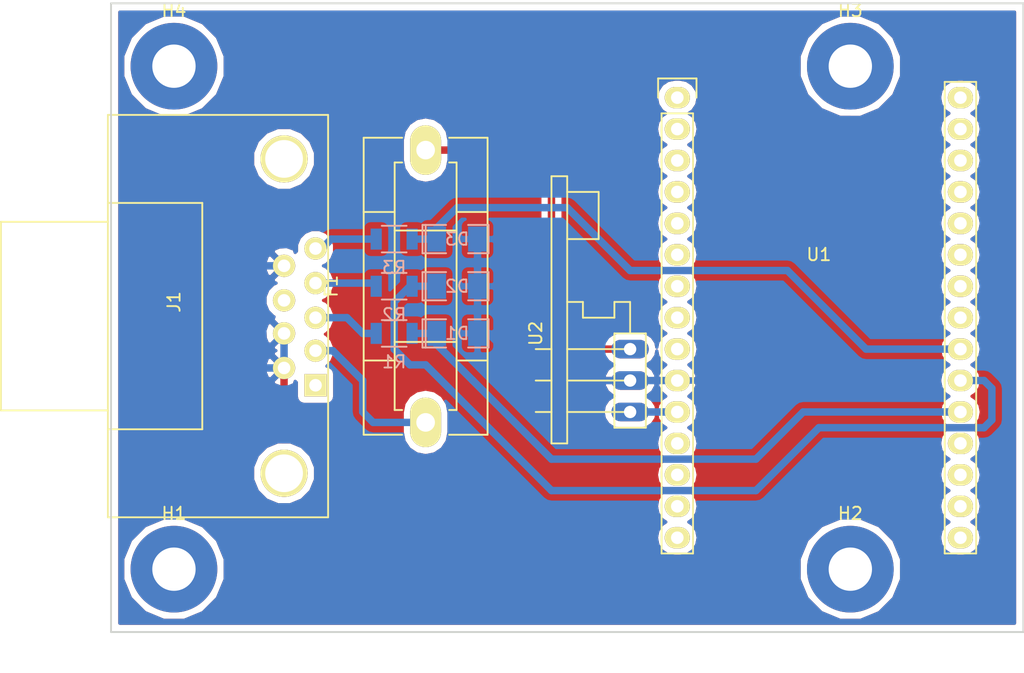
<source format=kicad_pcb>
(kicad_pcb (version 4) (host pcbnew 4.0.5+dfsg1-4)

  (general
    (links 19)
    (no_connects 0)
    (area 48.184999 35.484999 121.995001 86.435001)
    (thickness 1.6)
    (drawings 4)
    (tracks 68)
    (zones 0)
    (modules 14)
    (nets 11)
  )

  (page A4)
  (layers
    (0 F.Cu signal)
    (31 B.Cu signal)
    (32 B.Adhes user)
    (33 F.Adhes user)
    (34 B.Paste user)
    (35 F.Paste user)
    (36 B.SilkS user)
    (37 F.SilkS user)
    (38 B.Mask user)
    (39 F.Mask user)
    (40 Dwgs.User user)
    (41 Cmts.User user)
    (42 Eco1.User user)
    (43 Eco2.User user)
    (44 Edge.Cuts user)
    (45 Margin user)
    (46 B.CrtYd user)
    (47 F.CrtYd user)
    (48 B.Fab user)
    (49 F.Fab user)
  )

  (setup
    (last_trace_width 0.6)
    (trace_clearance 0.1)
    (zone_clearance 0.508)
    (zone_45_only no)
    (trace_min 0.2)
    (segment_width 0.2)
    (edge_width 0.15)
    (via_size 0.7)
    (via_drill 0.5)
    (via_min_size 0.4)
    (via_min_drill 0.3)
    (uvia_size 0.3)
    (uvia_drill 0.1)
    (uvias_allowed no)
    (uvia_min_size 0.2)
    (uvia_min_drill 0.1)
    (pcb_text_width 0.3)
    (pcb_text_size 1.5 1.5)
    (mod_edge_width 0.15)
    (mod_text_size 1 1)
    (mod_text_width 0.15)
    (pad_size 1.8 1.8)
    (pad_drill 1.016)
    (pad_to_mask_clearance 0.2)
    (aux_axis_origin 0 0)
    (visible_elements FFFFFF7F)
    (pcbplotparams
      (layerselection 0x010c0_80000001)
      (usegerberextensions false)
      (excludeedgelayer true)
      (linewidth 0.100000)
      (plotframeref false)
      (viasonmask false)
      (mode 1)
      (useauxorigin false)
      (hpglpennumber 1)
      (hpglpenspeed 20)
      (hpglpendiameter 15)
      (hpglpenoverlay 2)
      (psnegative false)
      (psa4output false)
      (plotreference true)
      (plotvalue true)
      (plotinvisibletext false)
      (padsonsilk false)
      (subtractmaskfromsilk false)
      (outputformat 1)
      (mirror false)
      (drillshape 0)
      (scaleselection 1)
      (outputdirectory plot))
  )

  (net 0 "")
  (net 1 /TX3V3)
  (net 2 GND)
  (net 3 /RX3V3)
  (net 4 /DD3V3)
  (net 5 /RX5V)
  (net 6 /TX5V)
  (net 7 /DD5V)
  (net 8 +3V3)
  (net 9 /+20VF)
  (net 10 /+20V)

  (net_class Default "This is the default net class."
    (clearance 0.1)
    (trace_width 0.6)
    (via_dia 0.7)
    (via_drill 0.5)
    (uvia_dia 0.3)
    (uvia_drill 0.1)
    (add_net +3V3)
    (add_net /+20V)
    (add_net /+20VF)
    (add_net /DD3V3)
    (add_net /DD5V)
    (add_net /RX3V3)
    (add_net /RX5V)
    (add_net /TX3V3)
    (add_net /TX5V)
    (add_net GND)
  )

  (module nodemcu:NodeMCU_1.0 (layer F.Cu) (tedit 56B276F9) (tstamp 56B2779E)
    (at 93.98 43.18)
    (descr "Through-hole-mounted NodeMCU 1.0")
    (tags nodemcu)
    (path /56B27A95)
    (fp_text reference U1 (at 11.43 12.68) (layer F.SilkS)
      (effects (font (size 1 1) (thickness 0.15)))
    )
    (fp_text value NodeMCU_1.0 (at 11.43 45.085) (layer F.Fab)
      (effects (font (size 2 2) (thickness 0.15)))
    )
    (fp_circle (center 0.108949 -4.318) (end 1.378949 -3.048) (layer F.CrtYd) (width 0.15))
    (fp_line (start 15.24 37.465) (end 15.24 42.545) (layer F.CrtYd) (width 0.15))
    (fp_line (start 7.62 37.465) (end 15.24 37.465) (layer F.CrtYd) (width 0.15))
    (fp_line (start 7.62 42.545) (end 7.62 37.465) (layer F.CrtYd) (width 0.15))
    (fp_line (start -1.905 42.545) (end -1.905 -6.35) (layer F.CrtYd) (width 0.15))
    (fp_line (start 24.765 42.545) (end -1.905 42.545) (layer F.CrtYd) (width 0.15))
    (fp_line (start 24.765 -6.35) (end 24.765 42.545) (layer F.CrtYd) (width 0.15))
    (fp_line (start -1.905 -6.35) (end 24.765 -6.35) (layer F.CrtYd) (width 0.15))
    (fp_line (start -1.27 1.27) (end -1.27 36.83) (layer F.SilkS) (width 0.15))
    (fp_line (start -1.27 36.83) (end 1.27 36.83) (layer F.SilkS) (width 0.15))
    (fp_line (start 1.27 36.83) (end 1.27 1.27) (layer F.SilkS) (width 0.15))
    (fp_line (start 1.55 -1.55) (end 1.55 0) (layer F.SilkS) (width 0.15))
    (fp_line (start 1.27 1.27) (end -1.27 1.27) (layer F.SilkS) (width 0.15))
    (fp_line (start -1.55 0) (end -1.55 -1.55) (layer F.SilkS) (width 0.15))
    (fp_line (start -1.55 -1.55) (end 1.55 -1.55) (layer F.SilkS) (width 0.15))
    (fp_line (start 21.59 36.83) (end 24.13 36.83) (layer F.SilkS) (width 0.15))
    (fp_line (start 21.59 -1.27) (end 21.59 36.83) (layer F.SilkS) (width 0.15))
    (fp_line (start 24.13 -1.27) (end 21.59 -1.27) (layer F.SilkS) (width 0.15))
    (fp_line (start 24.13 36.83) (end 24.13 -1.27) (layer F.SilkS) (width 0.15))
    (fp_circle (center 22.733 -4.318) (end 24.003 -3.048) (layer F.CrtYd) (width 0.15))
    (fp_circle (center 22.733 40.513) (end 24.003 41.783) (layer F.CrtYd) (width 0.15))
    (fp_circle (center 0.127 40.513) (end 1.397 41.783) (layer F.CrtYd) (width 0.15))
    (pad 1 thru_hole oval (at 0 0) (size 2.032 1.7272) (drill 1.016) (layers *.Cu *.Mask F.SilkS))
    (pad 2 thru_hole oval (at 0 2.54) (size 2.032 1.7272) (drill 1.016) (layers *.Cu *.Mask F.SilkS))
    (pad 3 thru_hole oval (at 0 5.08) (size 2.032 1.7272) (drill 1.016) (layers *.Cu *.Mask F.SilkS))
    (pad 4 thru_hole oval (at 0 7.62) (size 2.032 1.7272) (drill 1.016) (layers *.Cu *.Mask F.SilkS))
    (pad 5 thru_hole oval (at 0 10.16) (size 2.032 1.7272) (drill 1.016) (layers *.Cu *.Mask F.SilkS))
    (pad 6 thru_hole oval (at 0 12.7) (size 2.032 1.7272) (drill 1.016) (layers *.Cu *.Mask F.SilkS))
    (pad 7 thru_hole oval (at 0 15.24) (size 2.032 1.7272) (drill 1.016) (layers *.Cu *.Mask F.SilkS))
    (pad 8 thru_hole oval (at 0 17.78) (size 2.032 1.7272) (drill 1.016) (layers *.Cu *.Mask F.SilkS))
    (pad 9 thru_hole oval (at 0 20.32) (size 2.032 1.7272) (drill 1.016) (layers *.Cu *.Mask F.SilkS))
    (pad 10 thru_hole oval (at 0 22.86) (size 2.032 1.7272) (drill 1.016) (layers *.Cu *.Mask F.SilkS)
      (net 2 GND))
    (pad 11 thru_hole oval (at 0 25.4) (size 2.032 1.7272) (drill 1.016) (layers *.Cu *.Mask F.SilkS)
      (net 8 +3V3))
    (pad 12 thru_hole oval (at 0 27.94) (size 2.032 1.7272) (drill 1.016) (layers *.Cu *.Mask F.SilkS))
    (pad 13 thru_hole oval (at 0 30.48) (size 2.032 1.7272) (drill 1.016) (layers *.Cu *.Mask F.SilkS))
    (pad 14 thru_hole oval (at 0 33.02) (size 2.032 1.7272) (drill 1.016) (layers *.Cu *.Mask F.SilkS))
    (pad 15 thru_hole oval (at 0 35.56) (size 2.032 1.7272) (drill 1.016) (layers *.Cu *.Mask F.SilkS))
    (pad 30 thru_hole oval (at 22.86 0) (size 2.032 1.7272) (drill 1.016) (layers *.Cu *.Mask F.SilkS))
    (pad 18 thru_hole oval (at 22.86 30.48) (size 2.032 1.7272) (drill 1.016) (layers *.Cu *.Mask F.SilkS))
    (pad 17 thru_hole oval (at 22.86 33.02) (size 2.032 1.7272) (drill 1.016) (layers *.Cu *.Mask F.SilkS))
    (pad 19 thru_hole oval (at 22.86 27.94) (size 2.032 1.7272) (drill 1.016) (layers *.Cu *.Mask F.SilkS))
    (pad 25 thru_hole oval (at 22.86 12.7) (size 2.032 1.7272) (drill 1.016) (layers *.Cu *.Mask F.SilkS))
    (pad 26 thru_hole oval (at 22.86 10.16) (size 2.032 1.7272) (drill 1.016) (layers *.Cu *.Mask F.SilkS))
    (pad 24 thru_hole oval (at 22.86 15.24) (size 2.032 1.7272) (drill 1.016) (layers *.Cu *.Mask F.SilkS))
    (pad 16 thru_hole oval (at 22.86 35.56) (size 2.032 1.7272) (drill 1.016) (layers *.Cu *.Mask F.SilkS))
    (pad 22 thru_hole oval (at 22.86 20.32) (size 2.032 1.7272) (drill 1.016) (layers *.Cu *.Mask F.SilkS)
      (net 4 /DD3V3))
    (pad 23 thru_hole oval (at 22.86 17.78) (size 2.032 1.7272) (drill 1.016) (layers *.Cu *.Mask F.SilkS))
    (pad 21 thru_hole oval (at 22.86 22.86) (size 2.032 1.7272) (drill 1.016) (layers *.Cu *.Mask F.SilkS)
      (net 3 /RX3V3))
    (pad 20 thru_hole oval (at 22.86 25.4) (size 2.032 1.7272) (drill 1.016) (layers *.Cu *.Mask F.SilkS)
      (net 1 /TX3V3))
    (pad 28 thru_hole oval (at 22.86 5.08) (size 2.032 1.7272) (drill 1.016) (layers *.Cu *.Mask F.SilkS))
    (pad 27 thru_hole oval (at 22.86 7.62) (size 2.032 1.7272) (drill 1.016) (layers *.Cu *.Mask F.SilkS))
    (pad 29 thru_hole oval (at 22.86 2.54) (size 2.032 1.7272) (drill 1.016) (layers *.Cu *.Mask F.SilkS))
  )

  (module Connect:DB9FC (layer F.Cu) (tedit 56D41DBA) (tstamp 56B27E0E)
    (at 63.5 60.96 90)
    (descr "Connecteur DB9 femelle couche")
    (tags "CONN DB9")
    (path /56B28D66)
    (fp_text reference J1 (at 1.27 -10.16 90) (layer F.SilkS)
      (effects (font (size 1 1) (thickness 0.15)))
    )
    (fp_text value DB9 (at 1.27 -3.81 90) (layer F.Fab)
      (effects (font (size 1 1) (thickness 0.15)))
    )
    (fp_line (start -16.129 2.286) (end 16.383 2.286) (layer F.SilkS) (width 0.15))
    (fp_line (start 16.383 2.286) (end 16.383 -15.494) (layer F.SilkS) (width 0.15))
    (fp_line (start 16.383 -15.494) (end -16.129 -15.494) (layer F.SilkS) (width 0.15))
    (fp_line (start -16.129 -15.494) (end -16.129 2.286) (layer F.SilkS) (width 0.15))
    (fp_line (start -9.017 -15.494) (end -9.017 -7.874) (layer F.SilkS) (width 0.15))
    (fp_line (start -9.017 -7.874) (end 9.271 -7.874) (layer F.SilkS) (width 0.15))
    (fp_line (start 9.271 -7.874) (end 9.271 -15.494) (layer F.SilkS) (width 0.15))
    (fp_line (start -7.493 -15.494) (end -7.493 -24.13) (layer F.SilkS) (width 0.15))
    (fp_line (start -7.493 -24.13) (end 7.747 -24.13) (layer F.SilkS) (width 0.15))
    (fp_line (start 7.747 -24.13) (end 7.747 -15.494) (layer F.SilkS) (width 0.15))
    (pad "" thru_hole circle (at 12.827 -1.27 90) (size 3.81 3.81) (drill 3.048) (layers *.Cu *.Mask F.SilkS))
    (pad "" thru_hole circle (at -12.573 -1.27 90) (size 3.81 3.81) (drill 3.048) (layers *.Cu *.Mask F.SilkS))
    (pad 1 thru_hole rect (at -5.461 1.27 90) (size 1.8 1.8) (drill 1.016) (layers *.Cu *.Mask F.SilkS))
    (pad 2 thru_hole circle (at -2.667 1.27 90) (size 1.8 1.8) (drill 1.016) (layers *.Cu *.Mask F.SilkS)
      (net 10 /+20V))
    (pad 3 thru_hole circle (at 0 1.27 90) (size 1.8 1.8) (drill 1.016) (layers *.Cu *.Mask F.SilkS)
      (net 5 /RX5V))
    (pad 4 thru_hole circle (at 2.794 1.27 90) (size 1.8 1.8) (drill 1.016) (layers *.Cu *.Mask F.SilkS)
      (net 6 /TX5V))
    (pad 5 thru_hole circle (at 5.588 1.27 90) (size 1.8 1.8) (drill 1.016) (layers *.Cu *.Mask F.SilkS)
      (net 7 /DD5V))
    (pad 6 thru_hole circle (at -4.064 -1.27 90) (size 1.8 1.8) (drill 1.016) (layers *.Cu *.Mask F.SilkS)
      (net 2 GND))
    (pad 7 thru_hole circle (at -1.27 -1.27 90) (size 1.8 1.8) (drill 1.016) (layers *.Cu *.Mask F.SilkS)
      (net 2 GND))
    (pad 8 thru_hole circle (at 1.397 -1.27 90) (size 1.8 1.8) (drill 1.016) (layers *.Cu *.Mask F.SilkS))
    (pad 9 thru_hole circle (at 4.191 -1.27 90) (size 1.8 1.8) (drill 1.016) (layers *.Cu *.Mask F.SilkS)
      (net 2 GND))
    (model Connect.3dshapes/DB9FC.wrl
      (at (xyz 0 0 0))
      (scale (xyz 1 1 1))
      (rotate (xyz 0 0 0))
    )
  )

  (module Resistors_SMD:R_1206 (layer B.Cu) (tedit 5415CFA7) (tstamp 56B27E14)
    (at 71.12 62.23)
    (descr "Resistor SMD 1206, reflow soldering, Vishay (see dcrcw.pdf)")
    (tags "resistor 1206")
    (path /56B27DE9)
    (attr smd)
    (fp_text reference R1 (at 0 2.3) (layer B.SilkS)
      (effects (font (size 1 1) (thickness 0.15)) (justify mirror))
    )
    (fp_text value 220 (at 0 -2.3) (layer B.Fab)
      (effects (font (size 1 1) (thickness 0.15)) (justify mirror))
    )
    (fp_line (start -2.2 1.2) (end 2.2 1.2) (layer B.CrtYd) (width 0.05))
    (fp_line (start -2.2 -1.2) (end 2.2 -1.2) (layer B.CrtYd) (width 0.05))
    (fp_line (start -2.2 1.2) (end -2.2 -1.2) (layer B.CrtYd) (width 0.05))
    (fp_line (start 2.2 1.2) (end 2.2 -1.2) (layer B.CrtYd) (width 0.05))
    (fp_line (start 1 -1.075) (end -1 -1.075) (layer B.SilkS) (width 0.15))
    (fp_line (start -1 1.075) (end 1 1.075) (layer B.SilkS) (width 0.15))
    (pad 1 smd rect (at -1.45 0) (size 0.9 1.7) (layers B.Cu B.Paste B.Mask)
      (net 5 /RX5V))
    (pad 2 smd rect (at 1.45 0) (size 0.9 1.7) (layers B.Cu B.Paste B.Mask)
      (net 1 /TX3V3))
    (model Resistors_SMD.3dshapes/R_1206.wrl
      (at (xyz 0 0 0))
      (scale (xyz 1 1 1))
      (rotate (xyz 0 0 0))
    )
  )

  (module Resistors_SMD:R_1206 (layer B.Cu) (tedit 5415CFA7) (tstamp 56B27E1A)
    (at 71.12 58.42)
    (descr "Resistor SMD 1206, reflow soldering, Vishay (see dcrcw.pdf)")
    (tags "resistor 1206")
    (path /56B2806F)
    (attr smd)
    (fp_text reference R2 (at 0 2.3) (layer B.SilkS)
      (effects (font (size 1 1) (thickness 0.15)) (justify mirror))
    )
    (fp_text value 220 (at 0 -2.3) (layer B.Fab)
      (effects (font (size 1 1) (thickness 0.15)) (justify mirror))
    )
    (fp_line (start -2.2 1.2) (end 2.2 1.2) (layer B.CrtYd) (width 0.05))
    (fp_line (start -2.2 -1.2) (end 2.2 -1.2) (layer B.CrtYd) (width 0.05))
    (fp_line (start -2.2 1.2) (end -2.2 -1.2) (layer B.CrtYd) (width 0.05))
    (fp_line (start 2.2 1.2) (end 2.2 -1.2) (layer B.CrtYd) (width 0.05))
    (fp_line (start 1 -1.075) (end -1 -1.075) (layer B.SilkS) (width 0.15))
    (fp_line (start -1 1.075) (end 1 1.075) (layer B.SilkS) (width 0.15))
    (pad 1 smd rect (at -1.45 0) (size 0.9 1.7) (layers B.Cu B.Paste B.Mask)
      (net 6 /TX5V))
    (pad 2 smd rect (at 1.45 0) (size 0.9 1.7) (layers B.Cu B.Paste B.Mask)
      (net 3 /RX3V3))
    (model Resistors_SMD.3dshapes/R_1206.wrl
      (at (xyz 0 0 0))
      (scale (xyz 1 1 1))
      (rotate (xyz 0 0 0))
    )
  )

  (module Resistors_SMD:R_1206 (layer B.Cu) (tedit 5415CFA7) (tstamp 56B27E20)
    (at 71.12 54.61)
    (descr "Resistor SMD 1206, reflow soldering, Vishay (see dcrcw.pdf)")
    (tags "resistor 1206")
    (path /56B29462)
    (attr smd)
    (fp_text reference R3 (at 0 2.3) (layer B.SilkS)
      (effects (font (size 1 1) (thickness 0.15)) (justify mirror))
    )
    (fp_text value 220 (at 0 -2.3) (layer B.Fab)
      (effects (font (size 1 1) (thickness 0.15)) (justify mirror))
    )
    (fp_line (start -2.2 1.2) (end 2.2 1.2) (layer B.CrtYd) (width 0.05))
    (fp_line (start -2.2 -1.2) (end 2.2 -1.2) (layer B.CrtYd) (width 0.05))
    (fp_line (start -2.2 1.2) (end -2.2 -1.2) (layer B.CrtYd) (width 0.05))
    (fp_line (start 2.2 1.2) (end 2.2 -1.2) (layer B.CrtYd) (width 0.05))
    (fp_line (start 1 -1.075) (end -1 -1.075) (layer B.SilkS) (width 0.15))
    (fp_line (start -1 1.075) (end 1 1.075) (layer B.SilkS) (width 0.15))
    (pad 1 smd rect (at -1.45 0) (size 0.9 1.7) (layers B.Cu B.Paste B.Mask)
      (net 7 /DD5V))
    (pad 2 smd rect (at 1.45 0) (size 0.9 1.7) (layers B.Cu B.Paste B.Mask)
      (net 4 /DD3V3))
    (model Resistors_SMD.3dshapes/R_1206.wrl
      (at (xyz 0 0 0))
      (scale (xyz 1 1 1))
      (rotate (xyz 0 0 0))
    )
  )

  (module SMD_Packages:SMD-1206_Pol (layer B.Cu) (tedit 0) (tstamp 56B280DF)
    (at 76.2 62.23)
    (path /56B27C2F)
    (attr smd)
    (fp_text reference D1 (at 0 0) (layer B.SilkS)
      (effects (font (size 1 1) (thickness 0.15)) (justify mirror))
    )
    (fp_text value 3V6 (at 0 0) (layer B.Fab)
      (effects (font (size 1 1) (thickness 0.15)) (justify mirror))
    )
    (fp_line (start -2.54 1.143) (end -2.794 1.143) (layer B.SilkS) (width 0.15))
    (fp_line (start -2.794 1.143) (end -2.794 -1.143) (layer B.SilkS) (width 0.15))
    (fp_line (start -2.794 -1.143) (end -2.54 -1.143) (layer B.SilkS) (width 0.15))
    (fp_line (start -2.54 1.143) (end -2.54 -1.143) (layer B.SilkS) (width 0.15))
    (fp_line (start -2.54 -1.143) (end -0.889 -1.143) (layer B.SilkS) (width 0.15))
    (fp_line (start 0.889 1.143) (end 2.54 1.143) (layer B.SilkS) (width 0.15))
    (fp_line (start 2.54 1.143) (end 2.54 -1.143) (layer B.SilkS) (width 0.15))
    (fp_line (start 2.54 -1.143) (end 0.889 -1.143) (layer B.SilkS) (width 0.15))
    (fp_line (start -0.889 1.143) (end -2.54 1.143) (layer B.SilkS) (width 0.15))
    (pad 1 smd rect (at -1.651 0) (size 1.524 2.032) (layers B.Cu B.Paste B.Mask)
      (net 1 /TX3V3))
    (pad 2 smd rect (at 1.651 0) (size 1.524 2.032) (layers B.Cu B.Paste B.Mask)
      (net 2 GND))
    (model SMD_Packages.3dshapes/SMD-1206_Pol.wrl
      (at (xyz 0 0 0))
      (scale (xyz 0.17 0.16 0.16))
      (rotate (xyz 0 0 0))
    )
  )

  (module SMD_Packages:SMD-1206_Pol (layer B.Cu) (tedit 0) (tstamp 56B280E4)
    (at 76.2 58.42)
    (path /56B27CEC)
    (attr smd)
    (fp_text reference D2 (at 0 0) (layer B.SilkS)
      (effects (font (size 1 1) (thickness 0.15)) (justify mirror))
    )
    (fp_text value 3V6 (at 0 0) (layer B.Fab)
      (effects (font (size 1 1) (thickness 0.15)) (justify mirror))
    )
    (fp_line (start -2.54 1.143) (end -2.794 1.143) (layer B.SilkS) (width 0.15))
    (fp_line (start -2.794 1.143) (end -2.794 -1.143) (layer B.SilkS) (width 0.15))
    (fp_line (start -2.794 -1.143) (end -2.54 -1.143) (layer B.SilkS) (width 0.15))
    (fp_line (start -2.54 1.143) (end -2.54 -1.143) (layer B.SilkS) (width 0.15))
    (fp_line (start -2.54 -1.143) (end -0.889 -1.143) (layer B.SilkS) (width 0.15))
    (fp_line (start 0.889 1.143) (end 2.54 1.143) (layer B.SilkS) (width 0.15))
    (fp_line (start 2.54 1.143) (end 2.54 -1.143) (layer B.SilkS) (width 0.15))
    (fp_line (start 2.54 -1.143) (end 0.889 -1.143) (layer B.SilkS) (width 0.15))
    (fp_line (start -0.889 1.143) (end -2.54 1.143) (layer B.SilkS) (width 0.15))
    (pad 1 smd rect (at -1.651 0) (size 1.524 2.032) (layers B.Cu B.Paste B.Mask)
      (net 3 /RX3V3))
    (pad 2 smd rect (at 1.651 0) (size 1.524 2.032) (layers B.Cu B.Paste B.Mask)
      (net 2 GND))
    (model SMD_Packages.3dshapes/SMD-1206_Pol.wrl
      (at (xyz 0 0 0))
      (scale (xyz 0.17 0.16 0.16))
      (rotate (xyz 0 0 0))
    )
  )

  (module SMD_Packages:SMD-1206_Pol (layer B.Cu) (tedit 0) (tstamp 56B280E9)
    (at 76.2 54.61)
    (path /56B29453)
    (attr smd)
    (fp_text reference D3 (at 0 0) (layer B.SilkS)
      (effects (font (size 1 1) (thickness 0.15)) (justify mirror))
    )
    (fp_text value 3V6 (at 0 0) (layer B.Fab)
      (effects (font (size 1 1) (thickness 0.15)) (justify mirror))
    )
    (fp_line (start -2.54 1.143) (end -2.794 1.143) (layer B.SilkS) (width 0.15))
    (fp_line (start -2.794 1.143) (end -2.794 -1.143) (layer B.SilkS) (width 0.15))
    (fp_line (start -2.794 -1.143) (end -2.54 -1.143) (layer B.SilkS) (width 0.15))
    (fp_line (start -2.54 1.143) (end -2.54 -1.143) (layer B.SilkS) (width 0.15))
    (fp_line (start -2.54 -1.143) (end -0.889 -1.143) (layer B.SilkS) (width 0.15))
    (fp_line (start 0.889 1.143) (end 2.54 1.143) (layer B.SilkS) (width 0.15))
    (fp_line (start 2.54 1.143) (end 2.54 -1.143) (layer B.SilkS) (width 0.15))
    (fp_line (start 2.54 -1.143) (end 0.889 -1.143) (layer B.SilkS) (width 0.15))
    (fp_line (start -0.889 1.143) (end -2.54 1.143) (layer B.SilkS) (width 0.15))
    (pad 1 smd rect (at -1.651 0) (size 1.524 2.032) (layers B.Cu B.Paste B.Mask)
      (net 4 /DD3V3))
    (pad 2 smd rect (at 1.651 0) (size 1.524 2.032) (layers B.Cu B.Paste B.Mask)
      (net 2 GND))
    (model SMD_Packages.3dshapes/SMD-1206_Pol.wrl
      (at (xyz 0 0 0))
      (scale (xyz 0.17 0.16 0.16))
      (rotate (xyz 0 0 0))
    )
  )

  (module Fuse_Holders_and_Fuses:Fuseholder5x20_horiz_SemiClosed_Casing10x25mm (layer F.Cu) (tedit 0) (tstamp 56B2815A)
    (at 73.66 58.42 90)
    (descr "Fuseholder, 5x20, Semi closed, horizontal, Casing 10x25mm,")
    (tags "Fuseholder, 5x20, Semi closed, horizontal, Casing 10x25mm, Sicherungshalter, halbgeschlossen,")
    (path /56B29999)
    (fp_text reference F1 (at 0 -7.62 90) (layer F.SilkS)
      (effects (font (size 1 1) (thickness 0.15)))
    )
    (fp_text value F_Small (at 1.27 7.62 90) (layer F.Fab)
      (effects (font (size 1 1) (thickness 0.15)))
    )
    (fp_line (start -5.99948 -2.49936) (end -5.99948 -5.00126) (layer F.SilkS) (width 0.15))
    (fp_line (start -5.99948 5.00126) (end -5.99948 2.49936) (layer F.SilkS) (width 0.15))
    (fp_line (start 5.99948 5.00126) (end 5.99948 2.49936) (layer F.SilkS) (width 0.15))
    (fp_line (start 5.99948 -5.00126) (end 5.99948 -2.49936) (layer F.SilkS) (width 0.15))
    (fp_line (start -4.50088 0) (end 4.50088 0) (layer F.SilkS) (width 0.15))
    (fp_line (start -4.50088 -2.49936) (end -4.50088 2.49936) (layer F.SilkS) (width 0.15))
    (fp_line (start 4.50088 -2.49936) (end 4.50088 2.49936) (layer F.SilkS) (width 0.15))
    (fp_line (start 9.99998 -1.89992) (end 9.99998 -2.49936) (layer F.SilkS) (width 0.15))
    (fp_line (start -9.99998 1.89992) (end -9.99998 2.49936) (layer F.SilkS) (width 0.15))
    (fp_line (start -9.99998 2.49936) (end 9.99998 2.49936) (layer F.SilkS) (width 0.15))
    (fp_line (start 9.99998 2.49936) (end 9.99998 1.89992) (layer F.SilkS) (width 0.15))
    (fp_line (start 9.99998 -2.49936) (end -9.99998 -2.49936) (layer F.SilkS) (width 0.15))
    (fp_line (start -9.99998 -2.49936) (end -9.99998 -1.89992) (layer F.SilkS) (width 0.15))
    (fp_line (start 11.99896 -1.89992) (end 11.99896 -5.00126) (layer F.SilkS) (width 0.15))
    (fp_line (start -11.99896 1.89992) (end -11.99896 5.00126) (layer F.SilkS) (width 0.15))
    (fp_line (start -11.99896 5.00126) (end 11.99896 5.00126) (layer F.SilkS) (width 0.15))
    (fp_line (start 11.99896 5.00126) (end 11.99896 1.89992) (layer F.SilkS) (width 0.15))
    (fp_line (start 11.99896 -5.00126) (end -11.99896 -5.00126) (layer F.SilkS) (width 0.15))
    (fp_line (start -11.99896 -5.00126) (end -11.99896 -1.89992) (layer F.SilkS) (width 0.15))
    (pad 2 thru_hole oval (at 11.00074 0) (size 2.49936 4.0005) (drill 1.50114) (layers *.Cu *.Mask F.SilkS)
      (net 9 /+20VF))
    (pad 1 thru_hole oval (at -11.00074 0) (size 2.49936 4.0005) (drill 1.50114) (layers *.Cu *.Mask F.SilkS)
      (net 10 /+20V))
  )

  (module smps-3v3:PINHEAD1-3 (layer F.Cu) (tedit 56B284BE) (tstamp 56B285D9)
    (at 90.17 66.04 90)
    (path /56B27B07)
    (attr virtual)
    (fp_text reference U2 (at 3.81 -7.62 90) (layer F.SilkS)
      (effects (font (size 1 1) (thickness 0.15)))
    )
    (fp_text value SMPS-3V3 (at 12.7 -7.62 90) (layer F.Fab)
      (effects (font (size 1 1) (thickness 0.15)))
    )
    (fp_line (start 6.35 0) (end 3.81 0) (layer F.SilkS) (width 0.15))
    (fp_line (start 6.35 0) (end 6.35 -1.27) (layer F.SilkS) (width 0.15))
    (fp_line (start 6.35 -1.27) (end 5.08 -1.27) (layer F.SilkS) (width 0.15))
    (fp_line (start 5.08 -1.27) (end 5.08 -3.81) (layer F.SilkS) (width 0.15))
    (fp_line (start 5.08 -3.81) (end 6.35 -3.81) (layer F.SilkS) (width 0.15))
    (fp_line (start 6.35 -3.81) (end 6.35 -5.08) (layer F.SilkS) (width 0.15))
    (fp_line (start 15.24 -5.08) (end 15.24 -2.54) (layer F.SilkS) (width 0.15))
    (fp_line (start 15.24 -2.54) (end 11.43 -2.54) (layer F.SilkS) (width 0.15))
    (fp_line (start 11.43 -2.54) (end 11.43 -5.08) (layer F.SilkS) (width 0.15))
    (fp_line (start -3.81 -1.27) (end -3.81 1.27) (layer F.SilkS) (width 0.15))
    (fp_line (start -3.81 1.27) (end 3.81 1.27) (layer F.SilkS) (width 0.15))
    (fp_line (start 3.81 1.27) (end 3.81 -1.27) (layer F.SilkS) (width 0.15))
    (fp_line (start 3.81 -1.27) (end -3.81 -1.27) (layer F.SilkS) (width 0.15))
    (fp_line (start -5.08 -5.08) (end -5.08 -6.35) (layer F.SilkS) (width 0.15))
    (fp_line (start -5.08 -6.35) (end 16.51 -6.35) (layer F.SilkS) (width 0.15))
    (fp_line (start 16.51 -6.35) (end 16.51 -5.08) (layer F.SilkS) (width 0.15))
    (fp_line (start 2.54 -6.35) (end 2.54 -7.62) (layer F.SilkS) (width 0.15))
    (fp_line (start 0 -6.35) (end 0 -7.62) (layer F.SilkS) (width 0.15))
    (fp_line (start -2.54 -6.35) (end -2.54 -7.62) (layer F.SilkS) (width 0.15))
    (fp_line (start 2.54 0) (end 2.54 -5.08) (layer F.SilkS) (width 0.15))
    (fp_line (start 0 0) (end 0 -5.08) (layer F.SilkS) (width 0.15))
    (fp_line (start -2.54 0) (end -2.54 -5.08) (layer F.SilkS) (width 0.15))
    (fp_line (start -5.08 -5.08) (end 16.51 -5.08) (layer F.SilkS) (width 0.15))
    (pad VO thru_hole oval (at -2.54 0 90) (size 1.50622 3.01498) (drill 0.99822) (layers *.Cu *.Mask)
      (net 8 +3V3))
    (pad GND thru_hole oval (at 0 0 90) (size 1.50622 3.01498) (drill 0.99822) (layers *.Cu *.Mask)
      (net 2 GND))
    (pad VI thru_hole oval (at 2.54 0 90) (size 1.50622 3.01498) (drill 0.99822) (layers *.Cu *.Mask)
      (net 9 /+20VF))
  )

  (module Mounting_Holes:MountingHole_3.5mm_Pad (layer F.Cu) (tedit 56D1B4CB) (tstamp 58F4DF1C)
    (at 53.34 81.28)
    (descr "Mounting Hole 3.5mm")
    (tags "mounting hole 3.5mm")
    (path /56D41A61)
    (fp_text reference H1 (at 0 -4.5) (layer F.SilkS)
      (effects (font (size 1 1) (thickness 0.15)))
    )
    (fp_text value 3.5mm (at 0 4.5) (layer F.Fab)
      (effects (font (size 1 1) (thickness 0.15)))
    )
    (fp_circle (center 0 0) (end 3.5 0) (layer Cmts.User) (width 0.15))
    (fp_circle (center 0 0) (end 3.75 0) (layer F.CrtYd) (width 0.05))
    (pad 1 thru_hole circle (at 0 0) (size 7 7) (drill 3.5) (layers *.Cu *.Mask))
  )

  (module Mounting_Holes:MountingHole_3.5mm_Pad (layer F.Cu) (tedit 56D1B4CB) (tstamp 58F4DF21)
    (at 107.95 81.28)
    (descr "Mounting Hole 3.5mm")
    (tags "mounting hole 3.5mm")
    (path /56D41BBC)
    (fp_text reference H2 (at 0 -4.5) (layer F.SilkS)
      (effects (font (size 1 1) (thickness 0.15)))
    )
    (fp_text value 3.5mm (at 0 4.5) (layer F.Fab)
      (effects (font (size 1 1) (thickness 0.15)))
    )
    (fp_circle (center 0 0) (end 3.5 0) (layer Cmts.User) (width 0.15))
    (fp_circle (center 0 0) (end 3.75 0) (layer F.CrtYd) (width 0.05))
    (pad 1 thru_hole circle (at 0 0) (size 7 7) (drill 3.5) (layers *.Cu *.Mask))
  )

  (module Mounting_Holes:MountingHole_3.5mm_Pad (layer F.Cu) (tedit 56D1B4CB) (tstamp 58F4DF26)
    (at 107.95 40.64)
    (descr "Mounting Hole 3.5mm")
    (tags "mounting hole 3.5mm")
    (path /56D41C06)
    (fp_text reference H3 (at 0 -4.5) (layer F.SilkS)
      (effects (font (size 1 1) (thickness 0.15)))
    )
    (fp_text value 3.5mm (at 0 4.5) (layer F.Fab)
      (effects (font (size 1 1) (thickness 0.15)))
    )
    (fp_circle (center 0 0) (end 3.5 0) (layer Cmts.User) (width 0.15))
    (fp_circle (center 0 0) (end 3.75 0) (layer F.CrtYd) (width 0.05))
    (pad 1 thru_hole circle (at 0 0) (size 7 7) (drill 3.5) (layers *.Cu *.Mask))
  )

  (module Mounting_Holes:MountingHole_3.5mm_Pad (layer F.Cu) (tedit 56D1B4CB) (tstamp 58F4DF2B)
    (at 53.34 40.64)
    (descr "Mounting Hole 3.5mm")
    (tags "mounting hole 3.5mm")
    (path /56D41C5C)
    (fp_text reference H4 (at 0 -4.5) (layer F.SilkS)
      (effects (font (size 1 1) (thickness 0.15)))
    )
    (fp_text value 3.5mm (at 0 4.5) (layer F.Fab)
      (effects (font (size 1 1) (thickness 0.15)))
    )
    (fp_circle (center 0 0) (end 3.5 0) (layer Cmts.User) (width 0.15))
    (fp_circle (center 0 0) (end 3.75 0) (layer F.CrtYd) (width 0.05))
    (pad 1 thru_hole circle (at 0 0) (size 7 7) (drill 3.5) (layers *.Cu *.Mask))
  )

  (gr_line (start 48.26 86.36) (end 48.26 35.56) (angle 90) (layer Edge.Cuts) (width 0.15))
  (gr_line (start 121.92 86.36) (end 48.26 86.36) (angle 90) (layer Edge.Cuts) (width 0.15))
  (gr_line (start 121.92 35.56) (end 121.92 86.36) (angle 90) (layer Edge.Cuts) (width 0.15))
  (gr_line (start 48.26 35.56) (end 121.92 35.56) (angle 90) (layer Edge.Cuts) (width 0.15))

  (segment (start 72.57 62.23) (end 74.549 62.23) (width 0.6) (layer B.Cu) (net 1))
  (segment (start 74.549 62.23) (end 74.549 63.119) (width 0.6) (layer B.Cu) (net 1))
  (segment (start 74.549 63.119) (end 77.47 66.04) (width 0.6) (layer B.Cu) (net 1) (tstamp 56B287C8))
  (segment (start 77.47 66.04) (end 78.74 67.31) (width 0.6) (layer B.Cu) (net 1) (tstamp 56B287D0))
  (segment (start 78.74 67.31) (end 83.82 72.39) (width 0.6) (layer B.Cu) (net 1) (tstamp 56B287D2))
  (segment (start 83.82 72.39) (end 100.33 72.39) (width 0.6) (layer B.Cu) (net 1) (tstamp 56B287D6))
  (segment (start 100.33 72.39) (end 104.14 68.58) (width 0.6) (layer B.Cu) (net 1) (tstamp 56B287D9))
  (segment (start 104.14 68.58) (end 116.84 68.58) (width 0.6) (layer B.Cu) (net 1) (tstamp 56B287DB))
  (segment (start 62.23 65.024) (end 62.23 68.58) (width 0.6) (layer F.Cu) (net 2))
  (segment (start 85.09 66.04) (end 90.17 66.04) (width 0.6) (layer F.Cu) (net 2) (tstamp 56B2885B) (status 20))
  (segment (start 77.47 73.66) (end 85.09 66.04) (width 0.6) (layer F.Cu) (net 2) (tstamp 56B28859))
  (segment (start 69.85 73.66) (end 77.47 73.66) (width 0.6) (layer F.Cu) (net 2) (tstamp 56B28857))
  (segment (start 66.04 69.85) (end 69.85 73.66) (width 0.6) (layer F.Cu) (net 2) (tstamp 56B28854))
  (segment (start 63.5 69.85) (end 66.04 69.85) (width 0.6) (layer F.Cu) (net 2) (tstamp 56B28851))
  (segment (start 62.23 68.58) (end 63.5 69.85) (width 0.6) (layer F.Cu) (net 2) (tstamp 56B28850))
  (segment (start 77.851 62.23) (end 78.74 62.23) (width 0.6) (layer B.Cu) (net 2))
  (segment (start 78.74 62.23) (end 82.55 66.04) (width 0.6) (layer B.Cu) (net 2) (tstamp 56B28829))
  (segment (start 82.55 66.04) (end 90.17 66.04) (width 0.6) (layer B.Cu) (net 2) (tstamp 56B2882A) (status 20))
  (segment (start 77.851 58.42) (end 77.851 62.23) (width 0.6) (layer B.Cu) (net 2))
  (segment (start 77.851 54.61) (end 77.851 58.42) (width 0.6) (layer B.Cu) (net 2))
  (segment (start 90.17 66.04) (end 93.98 66.04) (width 0.6) (layer B.Cu) (net 2) (status 10))
  (segment (start 62.23 62.23) (end 62.23 65.024) (width 0.6) (layer B.Cu) (net 2))
  (segment (start 62.23 56.769) (end 60.071 56.769) (width 0.6) (layer B.Cu) (net 2))
  (segment (start 59.944 65.024) (end 62.23 65.024) (width 0.6) (layer B.Cu) (net 2) (tstamp 56B28739))
  (segment (start 58.42 63.5) (end 59.944 65.024) (width 0.6) (layer B.Cu) (net 2) (tstamp 56B28738))
  (segment (start 58.42 58.42) (end 58.42 63.5) (width 0.6) (layer B.Cu) (net 2) (tstamp 56B28737))
  (segment (start 60.071 56.769) (end 58.42 58.42) (width 0.6) (layer B.Cu) (net 2) (tstamp 56B28736))
  (segment (start 72.57 58.42) (end 72.39 58.42) (width 0.6) (layer B.Cu) (net 3))
  (segment (start 72.39 58.42) (end 71.12 59.69) (width 0.6) (layer B.Cu) (net 3) (tstamp 56B287FB))
  (segment (start 118.745 66.04) (end 116.84 66.04) (width 0.6) (layer B.Cu) (net 3) (tstamp 56B28815))
  (segment (start 119.38 66.675) (end 118.745 66.04) (width 0.6) (layer B.Cu) (net 3) (tstamp 56B28814))
  (segment (start 119.38 69.215) (end 119.38 66.675) (width 0.6) (layer B.Cu) (net 3) (tstamp 56B28813))
  (segment (start 118.745 69.85) (end 119.38 69.215) (width 0.6) (layer B.Cu) (net 3) (tstamp 56B28812))
  (segment (start 105.41 69.85) (end 118.745 69.85) (width 0.6) (layer B.Cu) (net 3) (tstamp 56B28810))
  (segment (start 100.33 74.93) (end 105.41 69.85) (width 0.6) (layer B.Cu) (net 3) (tstamp 56B2880E))
  (segment (start 83.82 74.93) (end 100.33 74.93) (width 0.6) (layer B.Cu) (net 3) (tstamp 56B28809))
  (segment (start 73.66 64.77) (end 83.82 74.93) (width 0.6) (layer B.Cu) (net 3) (tstamp 56B28801))
  (segment (start 72.39 64.77) (end 73.66 64.77) (width 0.6) (layer B.Cu) (net 3) (tstamp 56B28800))
  (segment (start 71.12 63.5) (end 72.39 64.77) (width 0.6) (layer B.Cu) (net 3) (tstamp 56B287FD))
  (segment (start 71.12 59.69) (end 71.12 63.5) (width 0.6) (layer B.Cu) (net 3) (tstamp 56B287FC))
  (segment (start 72.57 58.42) (end 74.549 58.42) (width 0.6) (layer B.Cu) (net 3))
  (segment (start 72.57 54.61) (end 74.549 54.61) (width 0.6) (layer B.Cu) (net 4))
  (segment (start 74.549 54.61) (end 74.549 53.721) (width 0.6) (layer B.Cu) (net 4))
  (segment (start 74.549 53.721) (end 76.2 52.07) (width 0.6) (layer B.Cu) (net 4) (tstamp 56B287B3))
  (segment (start 109.22 63.5) (end 116.84 63.5) (width 0.6) (layer B.Cu) (net 4) (tstamp 56B287C0))
  (segment (start 102.87 57.15) (end 109.22 63.5) (width 0.6) (layer B.Cu) (net 4) (tstamp 56B287BD))
  (segment (start 90.17 57.15) (end 102.87 57.15) (width 0.6) (layer B.Cu) (net 4) (tstamp 56B287BA))
  (segment (start 85.09 52.07) (end 90.17 57.15) (width 0.6) (layer B.Cu) (net 4) (tstamp 56B287B7))
  (segment (start 76.2 52.07) (end 85.09 52.07) (width 0.6) (layer B.Cu) (net 4) (tstamp 56B287B5))
  (segment (start 64.77 60.96) (end 67.31 60.96) (width 0.6) (layer B.Cu) (net 5))
  (segment (start 68.58 62.23) (end 69.67 62.23) (width 0.6) (layer B.Cu) (net 5) (tstamp 56B28733))
  (segment (start 67.31 60.96) (end 68.58 62.23) (width 0.6) (layer B.Cu) (net 5) (tstamp 56B28732))
  (segment (start 64.77 58.166) (end 69.416 58.166) (width 0.6) (layer B.Cu) (net 6))
  (segment (start 69.416 58.166) (end 69.67 58.42) (width 0.6) (layer B.Cu) (net 6) (tstamp 56B2872F))
  (segment (start 64.77 55.372) (end 65.278 55.372) (width 0.6) (layer B.Cu) (net 7))
  (segment (start 65.278 55.372) (end 66.04 54.61) (width 0.6) (layer B.Cu) (net 7) (tstamp 56B2872B))
  (segment (start 66.04 54.61) (end 69.67 54.61) (width 0.6) (layer B.Cu) (net 7) (tstamp 56B2872C))
  (segment (start 90.17 68.58) (end 93.98 68.58) (width 0.6) (layer B.Cu) (net 8) (status 10))
  (segment (start 73.66 47.41926) (end 80.43926 47.41926) (width 0.6) (layer F.Cu) (net 9))
  (segment (start 86.36 63.5) (end 90.17 63.5) (width 0.6) (layer F.Cu) (net 9) (tstamp 56B2896B))
  (segment (start 83.82 60.96) (end 86.36 63.5) (width 0.6) (layer F.Cu) (net 9) (tstamp 56B2896A))
  (segment (start 83.82 50.8) (end 83.82 60.96) (width 0.6) (layer F.Cu) (net 9) (tstamp 56B28965))
  (segment (start 80.43926 47.41926) (end 83.82 50.8) (width 0.6) (layer F.Cu) (net 9) (tstamp 56B28964))
  (segment (start 64.77 63.627) (end 66.167 63.627) (width 0.6) (layer B.Cu) (net 10))
  (segment (start 69.42074 69.42074) (end 73.66 69.42074) (width 0.6) (layer B.Cu) (net 10) (tstamp 56B28741))
  (segment (start 68.58 68.58) (end 69.42074 69.42074) (width 0.6) (layer B.Cu) (net 10) (tstamp 56B28740))
  (segment (start 68.58 66.04) (end 68.58 68.58) (width 0.6) (layer B.Cu) (net 10) (tstamp 56B2873F))
  (segment (start 66.167 63.627) (end 68.58 66.04) (width 0.6) (layer B.Cu) (net 10) (tstamp 56B2873E))

  (zone (net 2) (net_name GND) (layer F.Cu) (tstamp 56D417C9) (hatch edge 0.508)
    (connect_pads (clearance 0.508))
    (min_thickness 0.254)
    (fill yes (arc_segments 16) (thermal_gap 0.508) (thermal_bridge_width 0.508))
    (polygon
      (pts
        (xy 48.26 35.56) (xy 121.92 35.56) (xy 121.92 86.36) (xy 48.26 86.36)
      )
    )
    (filled_polygon
      (pts
        (xy 121.21 85.65) (xy 48.97 85.65) (xy 48.97 82.098894) (xy 49.204284 82.098894) (xy 49.832474 83.619229)
        (xy 50.994653 84.783438) (xy 52.513889 85.41428) (xy 54.158894 85.415716) (xy 55.679229 84.787526) (xy 56.843438 83.625347)
        (xy 57.47428 82.106111) (xy 57.474286 82.098894) (xy 103.814284 82.098894) (xy 104.442474 83.619229) (xy 105.604653 84.783438)
        (xy 107.123889 85.41428) (xy 108.768894 85.415716) (xy 110.289229 84.787526) (xy 111.453438 83.625347) (xy 112.08428 82.106111)
        (xy 112.085716 80.461106) (xy 111.457526 78.940771) (xy 110.295347 77.776562) (xy 108.776111 77.14572) (xy 107.131106 77.144284)
        (xy 105.610771 77.772474) (xy 104.446562 78.934653) (xy 103.81572 80.453889) (xy 103.814284 82.098894) (xy 57.474286 82.098894)
        (xy 57.475716 80.461106) (xy 56.847526 78.940771) (xy 55.685347 77.776562) (xy 54.166111 77.14572) (xy 52.521106 77.144284)
        (xy 51.000771 77.772474) (xy 49.836562 78.934653) (xy 49.20572 80.453889) (xy 49.204284 82.098894) (xy 48.97 82.098894)
        (xy 48.97 74.036021) (xy 59.68956 74.036021) (xy 60.075437 74.969915) (xy 60.789327 75.685052) (xy 61.722546 76.072559)
        (xy 62.733021 76.07344) (xy 63.666915 75.687563) (xy 64.382052 74.973673) (xy 64.769559 74.040454) (xy 64.77044 73.029979)
        (xy 64.384563 72.096085) (xy 63.670673 71.380948) (xy 62.737454 70.993441) (xy 61.726979 70.99256) (xy 60.793085 71.378437)
        (xy 60.077948 72.092327) (xy 59.690441 73.025546) (xy 59.68956 74.036021) (xy 48.97 74.036021) (xy 48.97 68.618542)
        (xy 71.77532 68.618542) (xy 71.77532 70.222938) (xy 71.918783 70.944174) (xy 72.32733 71.555608) (xy 72.938764 71.964155)
        (xy 73.66 72.107618) (xy 74.381236 71.964155) (xy 74.99267 71.555608) (xy 75.401217 70.944174) (xy 75.54468 70.222938)
        (xy 75.54468 68.618542) (xy 75.537014 68.58) (xy 87.985536 68.58) (xy 88.0912 69.111207) (xy 88.392104 69.561542)
        (xy 88.842439 69.862446) (xy 89.373646 69.96811) (xy 90.966354 69.96811) (xy 91.497561 69.862446) (xy 91.947896 69.561542)
        (xy 92.2488 69.111207) (xy 92.325559 68.725313) (xy 92.410729 69.153489) (xy 92.735585 69.63967) (xy 93.050366 69.85)
        (xy 92.735585 70.06033) (xy 92.410729 70.546511) (xy 92.296655 71.12) (xy 92.410729 71.693489) (xy 92.735585 72.17967)
        (xy 93.050366 72.39) (xy 92.735585 72.60033) (xy 92.410729 73.086511) (xy 92.296655 73.66) (xy 92.410729 74.233489)
        (xy 92.735585 74.71967) (xy 93.050366 74.93) (xy 92.735585 75.14033) (xy 92.410729 75.626511) (xy 92.296655 76.2)
        (xy 92.410729 76.773489) (xy 92.735585 77.25967) (xy 93.050366 77.47) (xy 92.735585 77.68033) (xy 92.410729 78.166511)
        (xy 92.296655 78.74) (xy 92.410729 79.313489) (xy 92.735585 79.79967) (xy 93.221766 80.124526) (xy 93.795255 80.2386)
        (xy 94.164745 80.2386) (xy 94.738234 80.124526) (xy 95.224415 79.79967) (xy 95.549271 79.313489) (xy 95.663345 78.74)
        (xy 95.549271 78.166511) (xy 95.224415 77.68033) (xy 94.909634 77.47) (xy 95.224415 77.25967) (xy 95.549271 76.773489)
        (xy 95.663345 76.2) (xy 95.549271 75.626511) (xy 95.224415 75.14033) (xy 94.909634 74.93) (xy 95.224415 74.71967)
        (xy 95.549271 74.233489) (xy 95.663345 73.66) (xy 95.549271 73.086511) (xy 95.224415 72.60033) (xy 94.909634 72.39)
        (xy 95.224415 72.17967) (xy 95.549271 71.693489) (xy 95.663345 71.12) (xy 95.549271 70.546511) (xy 95.224415 70.06033)
        (xy 94.909634 69.85) (xy 95.224415 69.63967) (xy 95.549271 69.153489) (xy 95.663345 68.58) (xy 95.549271 68.006511)
        (xy 95.224415 67.52033) (xy 94.914931 67.313539) (xy 95.330732 66.942036) (xy 95.584709 66.414791) (xy 95.587358 66.399026)
        (xy 95.466217 66.167) (xy 94.107 66.167) (xy 94.107 66.187) (xy 93.853 66.187) (xy 93.853 66.167)
        (xy 92.493783 66.167) (xy 92.372642 66.399026) (xy 92.375291 66.414791) (xy 92.629268 66.942036) (xy 93.045069 67.313539)
        (xy 92.735585 67.52033) (xy 92.410729 68.006511) (xy 92.325559 68.434687) (xy 92.2488 68.048793) (xy 91.947896 67.598458)
        (xy 91.497561 67.297554) (xy 91.494694 67.296984) (xy 91.572919 67.273846) (xy 91.995724 66.93174) (xy 92.255427 66.453875)
        (xy 92.269783 66.381674) (xy 92.147162 66.167) (xy 90.297 66.167) (xy 90.297 66.187) (xy 90.043 66.187)
        (xy 90.043 66.167) (xy 88.192838 66.167) (xy 88.070217 66.381674) (xy 88.084573 66.453875) (xy 88.344276 66.93174)
        (xy 88.767081 67.273846) (xy 88.845306 67.296984) (xy 88.842439 67.297554) (xy 88.392104 67.598458) (xy 88.0912 68.048793)
        (xy 87.985536 68.58) (xy 75.537014 68.58) (xy 75.401217 67.897306) (xy 74.99267 67.285872) (xy 74.381236 66.877325)
        (xy 73.66 66.733862) (xy 72.938764 66.877325) (xy 72.32733 67.285872) (xy 71.918783 67.897306) (xy 71.77532 68.618542)
        (xy 48.97 68.618542) (xy 48.97 64.783336) (xy 60.683542 64.783336) (xy 60.709161 65.39346) (xy 60.893357 65.838148)
        (xy 61.149841 65.924554) (xy 62.050395 65.024) (xy 61.149841 64.123446) (xy 60.893357 64.209852) (xy 60.683542 64.783336)
        (xy 48.97 64.783336) (xy 48.97 61.989336) (xy 60.683542 61.989336) (xy 60.709161 62.59946) (xy 60.893357 63.044148)
        (xy 61.149841 63.130554) (xy 62.050395 62.23) (xy 61.149841 61.329446) (xy 60.893357 61.415852) (xy 60.683542 61.989336)
        (xy 48.97 61.989336) (xy 48.97 59.866991) (xy 60.694735 59.866991) (xy 60.927932 60.431371) (xy 61.359357 60.863551)
        (xy 61.423504 60.890187) (xy 61.415852 60.893357) (xy 61.329446 61.149841) (xy 62.23 62.050395) (xy 62.244143 62.036253)
        (xy 62.423748 62.215858) (xy 62.409605 62.23) (xy 62.423748 62.244143) (xy 62.244143 62.423748) (xy 62.23 62.409605)
        (xy 61.329446 63.310159) (xy 61.415852 63.566643) (xy 61.570599 63.623259) (xy 61.415852 63.687357) (xy 61.329446 63.943841)
        (xy 62.23 64.844395) (xy 62.244143 64.830253) (xy 62.423748 65.009858) (xy 62.409605 65.024) (xy 62.423748 65.038143)
        (xy 62.244143 65.217748) (xy 62.23 65.203605) (xy 61.329446 66.104159) (xy 61.415852 66.360643) (xy 61.989336 66.570458)
        (xy 62.59946 66.544839) (xy 63.044148 66.360643) (xy 63.130553 66.104161) (xy 63.22256 66.196168) (xy 63.22256 67.321)
        (xy 63.266838 67.556317) (xy 63.40591 67.772441) (xy 63.61811 67.917431) (xy 63.87 67.96844) (xy 65.67 67.96844)
        (xy 65.905317 67.924162) (xy 66.121441 67.78509) (xy 66.266431 67.57289) (xy 66.31744 67.321) (xy 66.31744 65.521)
        (xy 66.273162 65.285683) (xy 66.13409 65.069559) (xy 65.92189 64.924569) (xy 65.689933 64.877596) (xy 66.070551 64.497643)
        (xy 66.304733 63.93367) (xy 66.305265 63.323009) (xy 66.072068 62.758629) (xy 65.640643 62.326449) (xy 65.561795 62.293709)
        (xy 65.638371 62.262068) (xy 66.070551 61.830643) (xy 66.304733 61.26667) (xy 66.305265 60.656009) (xy 66.072068 60.091629)
        (xy 65.640643 59.659449) (xy 65.408493 59.563052) (xy 65.638371 59.468068) (xy 66.070551 59.036643) (xy 66.304733 58.47267)
        (xy 66.305265 57.862009) (xy 66.072068 57.297629) (xy 65.640643 56.865449) (xy 65.408493 56.769052) (xy 65.638371 56.674068)
        (xy 66.070551 56.242643) (xy 66.304733 55.67867) (xy 66.305265 55.068009) (xy 66.072068 54.503629) (xy 65.640643 54.071449)
        (xy 65.07667 53.837267) (xy 64.466009 53.836735) (xy 63.901629 54.069932) (xy 63.469449 54.501357) (xy 63.235267 55.06533)
        (xy 63.234815 55.584577) (xy 63.130553 55.688839) (xy 63.044148 55.432357) (xy 62.470664 55.222542) (xy 61.86054 55.248161)
        (xy 61.415852 55.432357) (xy 61.329446 55.688841) (xy 62.23 56.589395) (xy 62.244143 56.575253) (xy 62.423748 56.754858)
        (xy 62.409605 56.769) (xy 62.423748 56.783143) (xy 62.244143 56.962748) (xy 62.23 56.948605) (xy 61.329446 57.849159)
        (xy 61.415852 58.105643) (xy 61.586424 58.168049) (xy 61.361629 58.260932) (xy 60.929449 58.692357) (xy 60.695267 59.25633)
        (xy 60.694735 59.866991) (xy 48.97 59.866991) (xy 48.97 56.528336) (xy 60.683542 56.528336) (xy 60.709161 57.13846)
        (xy 60.893357 57.583148) (xy 61.149841 57.669554) (xy 62.050395 56.769) (xy 61.149841 55.868446) (xy 60.893357 55.954852)
        (xy 60.683542 56.528336) (xy 48.97 56.528336) (xy 48.97 48.636021) (xy 59.68956 48.636021) (xy 60.075437 49.569915)
        (xy 60.789327 50.285052) (xy 61.722546 50.672559) (xy 62.733021 50.67344) (xy 63.666915 50.287563) (xy 64.382052 49.573673)
        (xy 64.769559 48.640454) (xy 64.77044 47.629979) (xy 64.384563 46.696085) (xy 64.305678 46.617062) (xy 71.77532 46.617062)
        (xy 71.77532 48.221458) (xy 71.918783 48.942694) (xy 72.32733 49.554128) (xy 72.938764 49.962675) (xy 73.66 50.106138)
        (xy 74.381236 49.962675) (xy 74.99267 49.554128) (xy 75.401217 48.942694) (xy 75.518264 48.35426) (xy 80.05197 48.35426)
        (xy 82.885 51.18729) (xy 82.885 60.96) (xy 82.956173 61.317809) (xy 83.158855 61.621145) (xy 85.698855 64.161145)
        (xy 86.002191 64.363827) (xy 86.36 64.435) (xy 88.361006 64.435) (xy 88.392104 64.481542) (xy 88.842439 64.782446)
        (xy 88.845306 64.783016) (xy 88.767081 64.806154) (xy 88.344276 65.14826) (xy 88.084573 65.626125) (xy 88.070217 65.698326)
        (xy 88.192838 65.913) (xy 90.043 65.913) (xy 90.043 65.893) (xy 90.297 65.893) (xy 90.297 65.913)
        (xy 92.147162 65.913) (xy 92.269783 65.698326) (xy 92.255427 65.626125) (xy 91.995724 65.14826) (xy 91.572919 64.806154)
        (xy 91.494694 64.783016) (xy 91.497561 64.782446) (xy 91.947896 64.481542) (xy 92.2488 64.031207) (xy 92.325559 63.645313)
        (xy 92.410729 64.073489) (xy 92.735585 64.55967) (xy 93.045069 64.766461) (xy 92.629268 65.137964) (xy 92.375291 65.665209)
        (xy 92.372642 65.680974) (xy 92.493783 65.913) (xy 93.853 65.913) (xy 93.853 65.893) (xy 94.107 65.893)
        (xy 94.107 65.913) (xy 95.466217 65.913) (xy 95.587358 65.680974) (xy 95.584709 65.665209) (xy 95.330732 65.137964)
        (xy 94.914931 64.766461) (xy 95.224415 64.55967) (xy 95.549271 64.073489) (xy 95.663345 63.5) (xy 95.549271 62.926511)
        (xy 95.224415 62.44033) (xy 94.909634 62.23) (xy 95.224415 62.01967) (xy 95.549271 61.533489) (xy 95.663345 60.96)
        (xy 95.549271 60.386511) (xy 95.224415 59.90033) (xy 94.909634 59.69) (xy 95.224415 59.47967) (xy 95.549271 58.993489)
        (xy 95.663345 58.42) (xy 95.549271 57.846511) (xy 95.224415 57.36033) (xy 94.909634 57.15) (xy 95.224415 56.93967)
        (xy 95.549271 56.453489) (xy 95.663345 55.88) (xy 95.549271 55.306511) (xy 95.224415 54.82033) (xy 94.909634 54.61)
        (xy 95.224415 54.39967) (xy 95.549271 53.913489) (xy 95.663345 53.34) (xy 95.549271 52.766511) (xy 95.224415 52.28033)
        (xy 94.909634 52.07) (xy 95.224415 51.85967) (xy 95.549271 51.373489) (xy 95.663345 50.8) (xy 95.549271 50.226511)
        (xy 95.224415 49.74033) (xy 94.909634 49.53) (xy 95.224415 49.31967) (xy 95.549271 48.833489) (xy 95.663345 48.26)
        (xy 95.549271 47.686511) (xy 95.224415 47.20033) (xy 94.909634 46.99) (xy 95.224415 46.77967) (xy 95.549271 46.293489)
        (xy 95.663345 45.72) (xy 95.549271 45.146511) (xy 95.224415 44.66033) (xy 94.909634 44.45) (xy 95.224415 44.23967)
        (xy 95.549271 43.753489) (xy 95.663345 43.18) (xy 95.549271 42.606511) (xy 95.224415 42.12033) (xy 94.738234 41.795474)
        (xy 94.164745 41.6814) (xy 93.795255 41.6814) (xy 93.221766 41.795474) (xy 92.735585 42.12033) (xy 92.410729 42.606511)
        (xy 92.296655 43.18) (xy 92.410729 43.753489) (xy 92.735585 44.23967) (xy 93.050366 44.45) (xy 92.735585 44.66033)
        (xy 92.410729 45.146511) (xy 92.296655 45.72) (xy 92.410729 46.293489) (xy 92.735585 46.77967) (xy 93.050366 46.99)
        (xy 92.735585 47.20033) (xy 92.410729 47.686511) (xy 92.296655 48.26) (xy 92.410729 48.833489) (xy 92.735585 49.31967)
        (xy 93.050366 49.53) (xy 92.735585 49.74033) (xy 92.410729 50.226511) (xy 92.296655 50.8) (xy 92.410729 51.373489)
        (xy 92.735585 51.85967) (xy 93.050366 52.07) (xy 92.735585 52.28033) (xy 92.410729 52.766511) (xy 92.296655 53.34)
        (xy 92.410729 53.913489) (xy 92.735585 54.39967) (xy 93.050366 54.61) (xy 92.735585 54.82033) (xy 92.410729 55.306511)
        (xy 92.296655 55.88) (xy 92.410729 56.453489) (xy 92.735585 56.93967) (xy 93.050366 57.15) (xy 92.735585 57.36033)
        (xy 92.410729 57.846511) (xy 92.296655 58.42) (xy 92.410729 58.993489) (xy 92.735585 59.47967) (xy 93.050366 59.69)
        (xy 92.735585 59.90033) (xy 92.410729 60.386511) (xy 92.296655 60.96) (xy 92.410729 61.533489) (xy 92.735585 62.01967)
        (xy 93.050366 62.23) (xy 92.735585 62.44033) (xy 92.410729 62.926511) (xy 92.325559 63.354687) (xy 92.2488 62.968793)
        (xy 91.947896 62.518458) (xy 91.497561 62.217554) (xy 90.966354 62.11189) (xy 89.373646 62.11189) (xy 88.842439 62.217554)
        (xy 88.392104 62.518458) (xy 88.361006 62.565) (xy 86.74729 62.565) (xy 84.755 60.57271) (xy 84.755 50.8)
        (xy 84.683827 50.442191) (xy 84.481145 50.138855) (xy 81.100405 46.758115) (xy 80.797069 46.555433) (xy 80.43926 46.48426)
        (xy 75.518264 46.48426) (xy 75.401217 45.895826) (xy 74.99267 45.284392) (xy 74.381236 44.875845) (xy 73.66 44.732382)
        (xy 72.938764 44.875845) (xy 72.32733 45.284392) (xy 71.918783 45.895826) (xy 71.77532 46.617062) (xy 64.305678 46.617062)
        (xy 63.670673 45.980948) (xy 62.737454 45.593441) (xy 61.726979 45.59256) (xy 60.793085 45.978437) (xy 60.077948 46.692327)
        (xy 59.690441 47.625546) (xy 59.68956 48.636021) (xy 48.97 48.636021) (xy 48.97 41.458894) (xy 49.204284 41.458894)
        (xy 49.832474 42.979229) (xy 50.994653 44.143438) (xy 52.513889 44.77428) (xy 54.158894 44.775716) (xy 55.679229 44.147526)
        (xy 56.843438 42.985347) (xy 57.47428 41.466111) (xy 57.474286 41.458894) (xy 103.814284 41.458894) (xy 104.442474 42.979229)
        (xy 105.604653 44.143438) (xy 107.123889 44.77428) (xy 108.768894 44.775716) (xy 110.289229 44.147526) (xy 111.258444 43.18)
        (xy 115.156655 43.18) (xy 115.270729 43.753489) (xy 115.595585 44.23967) (xy 115.910366 44.45) (xy 115.595585 44.66033)
        (xy 115.270729 45.146511) (xy 115.156655 45.72) (xy 115.270729 46.293489) (xy 115.595585 46.77967) (xy 115.910366 46.99)
        (xy 115.595585 47.20033) (xy 115.270729 47.686511) (xy 115.156655 48.26) (xy 115.270729 48.833489) (xy 115.595585 49.31967)
        (xy 115.910366 49.53) (xy 115.595585 49.74033) (xy 115.270729 50.226511) (xy 115.156655 50.8) (xy 115.270729 51.373489)
        (xy 115.595585 51.85967) (xy 115.910366 52.07) (xy 115.595585 52.28033) (xy 115.270729 52.766511) (xy 115.156655 53.34)
        (xy 115.270729 53.913489) (xy 115.595585 54.39967) (xy 115.910366 54.61) (xy 115.595585 54.82033) (xy 115.270729 55.306511)
        (xy 115.156655 55.88) (xy 115.270729 56.453489) (xy 115.595585 56.93967) (xy 115.910366 57.15) (xy 115.595585 57.36033)
        (xy 115.270729 57.846511) (xy 115.156655 58.42) (xy 115.270729 58.993489) (xy 115.595585 59.47967) (xy 115.910366 59.69)
        (xy 115.595585 59.90033) (xy 115.270729 60.386511) (xy 115.156655 60.96) (xy 115.270729 61.533489) (xy 115.595585 62.01967)
        (xy 115.910366 62.23) (xy 115.595585 62.44033) (xy 115.270729 62.926511) (xy 115.156655 63.5) (xy 115.270729 64.073489)
        (xy 115.595585 64.55967) (xy 115.910366 64.77) (xy 115.595585 64.98033) (xy 115.270729 65.466511) (xy 115.156655 66.04)
        (xy 115.270729 66.613489) (xy 115.595585 67.09967) (xy 115.910366 67.31) (xy 115.595585 67.52033) (xy 115.270729 68.006511)
        (xy 115.156655 68.58) (xy 115.270729 69.153489) (xy 115.595585 69.63967) (xy 115.910366 69.85) (xy 115.595585 70.06033)
        (xy 115.270729 70.546511) (xy 115.156655 71.12) (xy 115.270729 71.693489) (xy 115.595585 72.17967) (xy 115.910366 72.39)
        (xy 115.595585 72.60033) (xy 115.270729 73.086511) (xy 115.156655 73.66) (xy 115.270729 74.233489) (xy 115.595585 74.71967)
        (xy 115.910366 74.93) (xy 115.595585 75.14033) (xy 115.270729 75.626511) (xy 115.156655 76.2) (xy 115.270729 76.773489)
        (xy 115.595585 77.25967) (xy 115.910366 77.47) (xy 115.595585 77.68033) (xy 115.270729 78.166511) (xy 115.156655 78.74)
        (xy 115.270729 79.313489) (xy 115.595585 79.79967) (xy 116.081766 80.124526) (xy 116.655255 80.2386) (xy 117.024745 80.2386)
        (xy 117.598234 80.124526) (xy 118.084415 79.79967) (xy 118.409271 79.313489) (xy 118.523345 78.74) (xy 118.409271 78.166511)
        (xy 118.084415 77.68033) (xy 117.769634 77.47) (xy 118.084415 77.25967) (xy 118.409271 76.773489) (xy 118.523345 76.2)
        (xy 118.409271 75.626511) (xy 118.084415 75.14033) (xy 117.769634 74.93) (xy 118.084415 74.71967) (xy 118.409271 74.233489)
        (xy 118.523345 73.66) (xy 118.409271 73.086511) (xy 118.084415 72.60033) (xy 117.769634 72.39) (xy 118.084415 72.17967)
        (xy 118.409271 71.693489) (xy 118.523345 71.12) (xy 118.409271 70.546511) (xy 118.084415 70.06033) (xy 117.769634 69.85)
        (xy 118.084415 69.63967) (xy 118.409271 69.153489) (xy 118.523345 68.58) (xy 118.409271 68.006511) (xy 118.084415 67.52033)
        (xy 117.769634 67.31) (xy 118.084415 67.09967) (xy 118.409271 66.613489) (xy 118.523345 66.04) (xy 118.409271 65.466511)
        (xy 118.084415 64.98033) (xy 117.769634 64.77) (xy 118.084415 64.55967) (xy 118.409271 64.073489) (xy 118.523345 63.5)
        (xy 118.409271 62.926511) (xy 118.084415 62.44033) (xy 117.769634 62.23) (xy 118.084415 62.01967) (xy 118.409271 61.533489)
        (xy 118.523345 60.96) (xy 118.409271 60.386511) (xy 118.084415 59.90033) (xy 117.769634 59.69) (xy 118.084415 59.47967)
        (xy 118.409271 58.993489) (xy 118.523345 58.42) (xy 118.409271 57.846511) (xy 118.084415 57.36033) (xy 117.769634 57.15)
        (xy 118.084415 56.93967) (xy 118.409271 56.453489) (xy 118.523345 55.88) (xy 118.409271 55.306511) (xy 118.084415 54.82033)
        (xy 117.769634 54.61) (xy 118.084415 54.39967) (xy 118.409271 53.913489) (xy 118.523345 53.34) (xy 118.409271 52.766511)
        (xy 118.084415 52.28033) (xy 117.769634 52.07) (xy 118.084415 51.85967) (xy 118.409271 51.373489) (xy 118.523345 50.8)
        (xy 118.409271 50.226511) (xy 118.084415 49.74033) (xy 117.769634 49.53) (xy 118.084415 49.31967) (xy 118.409271 48.833489)
        (xy 118.523345 48.26) (xy 118.409271 47.686511) (xy 118.084415 47.20033) (xy 117.769634 46.99) (xy 118.084415 46.77967)
        (xy 118.409271 46.293489) (xy 118.523345 45.72) (xy 118.409271 45.146511) (xy 118.084415 44.66033) (xy 117.769634 44.45)
        (xy 118.084415 44.23967) (xy 118.409271 43.753489) (xy 118.523345 43.18) (xy 118.409271 42.606511) (xy 118.084415 42.12033)
        (xy 117.598234 41.795474) (xy 117.024745 41.6814) (xy 116.655255 41.6814) (xy 116.081766 41.795474) (xy 115.595585 42.12033)
        (xy 115.270729 42.606511) (xy 115.156655 43.18) (xy 111.258444 43.18) (xy 111.453438 42.985347) (xy 112.08428 41.466111)
        (xy 112.085716 39.821106) (xy 111.457526 38.300771) (xy 110.295347 37.136562) (xy 108.776111 36.50572) (xy 107.131106 36.504284)
        (xy 105.610771 37.132474) (xy 104.446562 38.294653) (xy 103.81572 39.813889) (xy 103.814284 41.458894) (xy 57.474286 41.458894)
        (xy 57.475716 39.821106) (xy 56.847526 38.300771) (xy 55.685347 37.136562) (xy 54.166111 36.50572) (xy 52.521106 36.504284)
        (xy 51.000771 37.132474) (xy 49.836562 38.294653) (xy 49.20572 39.813889) (xy 49.204284 41.458894) (xy 48.97 41.458894)
        (xy 48.97 36.27) (xy 121.21 36.27)
      )
    )
  )
  (zone (net 2) (net_name GND) (layer B.Cu) (tstamp 56D417F1) (hatch edge 0.508)
    (connect_pads (clearance 0.508))
    (min_thickness 0.254)
    (fill yes (arc_segments 16) (thermal_gap 0.508) (thermal_bridge_width 0.508))
    (polygon
      (pts
        (xy 121.92 86.36) (xy 48.26 86.36) (xy 48.26 35.56) (xy 121.92 35.56)
      )
    )
    (filled_polygon
      (pts
        (xy 121.21 85.65) (xy 48.97 85.65) (xy 48.97 82.098894) (xy 49.204284 82.098894) (xy 49.832474 83.619229)
        (xy 50.994653 84.783438) (xy 52.513889 85.41428) (xy 54.158894 85.415716) (xy 55.679229 84.787526) (xy 56.843438 83.625347)
        (xy 57.47428 82.106111) (xy 57.474286 82.098894) (xy 103.814284 82.098894) (xy 104.442474 83.619229) (xy 105.604653 84.783438)
        (xy 107.123889 85.41428) (xy 108.768894 85.415716) (xy 110.289229 84.787526) (xy 111.453438 83.625347) (xy 112.08428 82.106111)
        (xy 112.085716 80.461106) (xy 111.457526 78.940771) (xy 110.295347 77.776562) (xy 108.776111 77.14572) (xy 107.131106 77.144284)
        (xy 105.610771 77.772474) (xy 104.446562 78.934653) (xy 103.81572 80.453889) (xy 103.814284 82.098894) (xy 57.474286 82.098894)
        (xy 57.475716 80.461106) (xy 56.847526 78.940771) (xy 55.685347 77.776562) (xy 54.166111 77.14572) (xy 52.521106 77.144284)
        (xy 51.000771 77.772474) (xy 49.836562 78.934653) (xy 49.20572 80.453889) (xy 49.204284 82.098894) (xy 48.97 82.098894)
        (xy 48.97 74.036021) (xy 59.68956 74.036021) (xy 60.075437 74.969915) (xy 60.789327 75.685052) (xy 61.722546 76.072559)
        (xy 62.733021 76.07344) (xy 63.666915 75.687563) (xy 64.382052 74.973673) (xy 64.769559 74.040454) (xy 64.77044 73.029979)
        (xy 64.384563 72.096085) (xy 63.670673 71.380948) (xy 62.737454 70.993441) (xy 61.726979 70.99256) (xy 60.793085 71.378437)
        (xy 60.077948 72.092327) (xy 59.690441 73.025546) (xy 59.68956 74.036021) (xy 48.97 74.036021) (xy 48.97 64.783336)
        (xy 60.683542 64.783336) (xy 60.709161 65.39346) (xy 60.893357 65.838148) (xy 61.149841 65.924554) (xy 62.050395 65.024)
        (xy 61.149841 64.123446) (xy 60.893357 64.209852) (xy 60.683542 64.783336) (xy 48.97 64.783336) (xy 48.97 61.989336)
        (xy 60.683542 61.989336) (xy 60.709161 62.59946) (xy 60.893357 63.044148) (xy 61.149841 63.130554) (xy 62.050395 62.23)
        (xy 61.149841 61.329446) (xy 60.893357 61.415852) (xy 60.683542 61.989336) (xy 48.97 61.989336) (xy 48.97 59.866991)
        (xy 60.694735 59.866991) (xy 60.927932 60.431371) (xy 61.359357 60.863551) (xy 61.423504 60.890187) (xy 61.415852 60.893357)
        (xy 61.329446 61.149841) (xy 62.23 62.050395) (xy 62.244143 62.036253) (xy 62.423748 62.215858) (xy 62.409605 62.23)
        (xy 62.423748 62.244143) (xy 62.244143 62.423748) (xy 62.23 62.409605) (xy 61.329446 63.310159) (xy 61.415852 63.566643)
        (xy 61.570599 63.623259) (xy 61.415852 63.687357) (xy 61.329446 63.943841) (xy 62.23 64.844395) (xy 62.244143 64.830253)
        (xy 62.423748 65.009858) (xy 62.409605 65.024) (xy 62.423748 65.038143) (xy 62.244143 65.217748) (xy 62.23 65.203605)
        (xy 61.329446 66.104159) (xy 61.415852 66.360643) (xy 61.989336 66.570458) (xy 62.59946 66.544839) (xy 63.044148 66.360643)
        (xy 63.130553 66.104161) (xy 63.22256 66.196168) (xy 63.22256 67.321) (xy 63.266838 67.556317) (xy 63.40591 67.772441)
        (xy 63.61811 67.917431) (xy 63.87 67.96844) (xy 65.67 67.96844) (xy 65.905317 67.924162) (xy 66.121441 67.78509)
        (xy 66.266431 67.57289) (xy 66.31744 67.321) (xy 66.31744 65.521) (xy 66.273162 65.285683) (xy 66.13409 65.069559)
        (xy 65.92189 64.924569) (xy 65.689933 64.877596) (xy 65.892797 64.675087) (xy 67.645 66.42729) (xy 67.645 68.58)
        (xy 67.716173 68.937809) (xy 67.918855 69.241145) (xy 68.759595 70.081885) (xy 69.062931 70.284567) (xy 69.42074 70.35574)
        (xy 71.801736 70.35574) (xy 71.918783 70.944174) (xy 72.32733 71.555608) (xy 72.938764 71.964155) (xy 73.66 72.107618)
        (xy 74.381236 71.964155) (xy 74.99267 71.555608) (xy 75.401217 70.944174) (xy 75.54468 70.222938) (xy 75.54468 68.618542)
        (xy 75.401217 67.897306) (xy 75.272747 67.705037) (xy 83.158855 75.591145) (xy 83.462191 75.793827) (xy 83.82 75.865)
        (xy 92.363291 75.865) (xy 92.296655 76.2) (xy 92.410729 76.773489) (xy 92.735585 77.25967) (xy 93.050366 77.47)
        (xy 92.735585 77.68033) (xy 92.410729 78.166511) (xy 92.296655 78.74) (xy 92.410729 79.313489) (xy 92.735585 79.79967)
        (xy 93.221766 80.124526) (xy 93.795255 80.2386) (xy 94.164745 80.2386) (xy 94.738234 80.124526) (xy 95.224415 79.79967)
        (xy 95.549271 79.313489) (xy 95.663345 78.74) (xy 95.549271 78.166511) (xy 95.224415 77.68033) (xy 94.909634 77.47)
        (xy 95.224415 77.25967) (xy 95.549271 76.773489) (xy 95.663345 76.2) (xy 95.596709 75.865) (xy 100.33 75.865)
        (xy 100.687809 75.793827) (xy 100.991145 75.591145) (xy 105.79729 70.785) (xy 115.223291 70.785) (xy 115.156655 71.12)
        (xy 115.270729 71.693489) (xy 115.595585 72.17967) (xy 115.910366 72.39) (xy 115.595585 72.60033) (xy 115.270729 73.086511)
        (xy 115.156655 73.66) (xy 115.270729 74.233489) (xy 115.595585 74.71967) (xy 115.910366 74.93) (xy 115.595585 75.14033)
        (xy 115.270729 75.626511) (xy 115.156655 76.2) (xy 115.270729 76.773489) (xy 115.595585 77.25967) (xy 115.910366 77.47)
        (xy 115.595585 77.68033) (xy 115.270729 78.166511) (xy 115.156655 78.74) (xy 115.270729 79.313489) (xy 115.595585 79.79967)
        (xy 116.081766 80.124526) (xy 116.655255 80.2386) (xy 117.024745 80.2386) (xy 117.598234 80.124526) (xy 118.084415 79.79967)
        (xy 118.409271 79.313489) (xy 118.523345 78.74) (xy 118.409271 78.166511) (xy 118.084415 77.68033) (xy 117.769634 77.47)
        (xy 118.084415 77.25967) (xy 118.409271 76.773489) (xy 118.523345 76.2) (xy 118.409271 75.626511) (xy 118.084415 75.14033)
        (xy 117.769634 74.93) (xy 118.084415 74.71967) (xy 118.409271 74.233489) (xy 118.523345 73.66) (xy 118.409271 73.086511)
        (xy 118.084415 72.60033) (xy 117.769634 72.39) (xy 118.084415 72.17967) (xy 118.409271 71.693489) (xy 118.523345 71.12)
        (xy 118.456709 70.785) (xy 118.745 70.785) (xy 119.102809 70.713827) (xy 119.406145 70.511145) (xy 120.041145 69.876145)
        (xy 120.199152 69.63967) (xy 120.243827 69.572809) (xy 120.315 69.215) (xy 120.315 66.675) (xy 120.243827 66.317191)
        (xy 120.041145 66.013855) (xy 119.406145 65.378855) (xy 119.102809 65.176173) (xy 118.745 65.105) (xy 118.167717 65.105)
        (xy 118.084415 64.98033) (xy 117.769634 64.77) (xy 118.084415 64.55967) (xy 118.409271 64.073489) (xy 118.523345 63.5)
        (xy 118.409271 62.926511) (xy 118.084415 62.44033) (xy 117.769634 62.23) (xy 118.084415 62.01967) (xy 118.409271 61.533489)
        (xy 118.523345 60.96) (xy 118.409271 60.386511) (xy 118.084415 59.90033) (xy 117.769634 59.69) (xy 118.084415 59.47967)
        (xy 118.409271 58.993489) (xy 118.523345 58.42) (xy 118.409271 57.846511) (xy 118.084415 57.36033) (xy 117.769634 57.15)
        (xy 118.084415 56.93967) (xy 118.409271 56.453489) (xy 118.523345 55.88) (xy 118.409271 55.306511) (xy 118.084415 54.82033)
        (xy 117.769634 54.61) (xy 118.084415 54.39967) (xy 118.409271 53.913489) (xy 118.523345 53.34) (xy 118.409271 52.766511)
        (xy 118.084415 52.28033) (xy 117.769634 52.07) (xy 118.084415 51.85967) (xy 118.409271 51.373489) (xy 118.523345 50.8)
        (xy 118.409271 50.226511) (xy 118.084415 49.74033) (xy 117.769634 49.53) (xy 118.084415 49.31967) (xy 118.409271 48.833489)
        (xy 118.523345 48.26) (xy 118.409271 47.686511) (xy 118.084415 47.20033) (xy 117.769634 46.99) (xy 118.084415 46.77967)
        (xy 118.409271 46.293489) (xy 118.523345 45.72) (xy 118.409271 45.146511) (xy 118.084415 44.66033) (xy 117.769634 44.45)
        (xy 118.084415 44.23967) (xy 118.409271 43.753489) (xy 118.523345 43.18) (xy 118.409271 42.606511) (xy 118.084415 42.12033)
        (xy 117.598234 41.795474) (xy 117.024745 41.6814) (xy 116.655255 41.6814) (xy 116.081766 41.795474) (xy 115.595585 42.12033)
        (xy 115.270729 42.606511) (xy 115.156655 43.18) (xy 115.270729 43.753489) (xy 115.595585 44.23967) (xy 115.910366 44.45)
        (xy 115.595585 44.66033) (xy 115.270729 45.146511) (xy 115.156655 45.72) (xy 115.270729 46.293489) (xy 115.595585 46.77967)
        (xy 115.910366 46.99) (xy 115.595585 47.20033) (xy 115.270729 47.686511) (xy 115.156655 48.26) (xy 115.270729 48.833489)
        (xy 115.595585 49.31967) (xy 115.910366 49.53) (xy 115.595585 49.74033) (xy 115.270729 50.226511) (xy 115.156655 50.8)
        (xy 115.270729 51.373489) (xy 115.595585 51.85967) (xy 115.910366 52.07) (xy 115.595585 52.28033) (xy 115.270729 52.766511)
        (xy 115.156655 53.34) (xy 115.270729 53.913489) (xy 115.595585 54.39967) (xy 115.910366 54.61) (xy 115.595585 54.82033)
        (xy 115.270729 55.306511) (xy 115.156655 55.88) (xy 115.270729 56.453489) (xy 115.595585 56.93967) (xy 115.910366 57.15)
        (xy 115.595585 57.36033) (xy 115.270729 57.846511) (xy 115.156655 58.42) (xy 115.270729 58.993489) (xy 115.595585 59.47967)
        (xy 115.910366 59.69) (xy 115.595585 59.90033) (xy 115.270729 60.386511) (xy 115.156655 60.96) (xy 115.270729 61.533489)
        (xy 115.595585 62.01967) (xy 115.910366 62.23) (xy 115.595585 62.44033) (xy 115.512283 62.565) (xy 109.60729 62.565)
        (xy 103.531145 56.488855) (xy 103.227809 56.286173) (xy 102.87 56.215) (xy 95.596709 56.215) (xy 95.663345 55.88)
        (xy 95.549271 55.306511) (xy 95.224415 54.82033) (xy 94.909634 54.61) (xy 95.224415 54.39967) (xy 95.549271 53.913489)
        (xy 95.663345 53.34) (xy 95.549271 52.766511) (xy 95.224415 52.28033) (xy 94.909634 52.07) (xy 95.224415 51.85967)
        (xy 95.549271 51.373489) (xy 95.663345 50.8) (xy 95.549271 50.226511) (xy 95.224415 49.74033) (xy 94.909634 49.53)
        (xy 95.224415 49.31967) (xy 95.549271 48.833489) (xy 95.663345 48.26) (xy 95.549271 47.686511) (xy 95.224415 47.20033)
        (xy 94.909634 46.99) (xy 95.224415 46.77967) (xy 95.549271 46.293489) (xy 95.663345 45.72) (xy 95.549271 45.146511)
        (xy 95.224415 44.66033) (xy 94.909634 44.45) (xy 95.224415 44.23967) (xy 95.549271 43.753489) (xy 95.663345 43.18)
        (xy 95.549271 42.606511) (xy 95.224415 42.12033) (xy 94.738234 41.795474) (xy 94.164745 41.6814) (xy 93.795255 41.6814)
        (xy 93.221766 41.795474) (xy 92.735585 42.12033) (xy 92.410729 42.606511) (xy 92.296655 43.18) (xy 92.410729 43.753489)
        (xy 92.735585 44.23967) (xy 93.050366 44.45) (xy 92.735585 44.66033) (xy 92.410729 45.146511) (xy 92.296655 45.72)
        (xy 92.410729 46.293489) (xy 92.735585 46.77967) (xy 93.050366 46.99) (xy 92.735585 47.20033) (xy 92.410729 47.686511)
        (xy 92.296655 48.26) (xy 92.410729 48.833489) (xy 92.735585 49.31967) (xy 93.050366 49.53) (xy 92.735585 49.74033)
        (xy 92.410729 50.226511) (xy 92.296655 50.8) (xy 92.410729 51.373489) (xy 92.735585 51.85967) (xy 93.050366 52.07)
        (xy 92.735585 52.28033) (xy 92.410729 52.766511) (xy 92.296655 53.34) (xy 92.410729 53.913489) (xy 92.735585 54.39967)
        (xy 93.050366 54.61) (xy 92.735585 54.82033) (xy 92.410729 55.306511) (xy 92.296655 55.88) (xy 92.363291 56.215)
        (xy 90.55729 56.215) (xy 85.751145 51.408855) (xy 85.447809 51.206173) (xy 85.09 51.135) (xy 76.200005 51.135)
        (xy 76.2 51.134999) (xy 75.901556 51.194364) (xy 75.842191 51.206173) (xy 75.591784 51.373489) (xy 75.538855 51.408855)
        (xy 74.00115 52.94656) (xy 73.787 52.94656) (xy 73.551683 52.990838) (xy 73.335559 53.12991) (xy 73.299616 53.182514)
        (xy 73.27189 53.163569) (xy 73.02 53.11256) (xy 72.12 53.11256) (xy 71.884683 53.156838) (xy 71.668559 53.29591)
        (xy 71.523569 53.50811) (xy 71.47256 53.76) (xy 71.47256 55.46) (xy 71.516838 55.695317) (xy 71.65591 55.911441)
        (xy 71.86811 56.056431) (xy 72.12 56.10744) (xy 73.02 56.10744) (xy 73.255317 56.063162) (xy 73.29662 56.036585)
        (xy 73.32291 56.077441) (xy 73.53511 56.222431) (xy 73.787 56.27344) (xy 75.311 56.27344) (xy 75.546317 56.229162)
        (xy 75.762441 56.09009) (xy 75.907431 55.87789) (xy 75.95844 55.626) (xy 75.95844 54.89575) (xy 76.454 54.89575)
        (xy 76.454 55.75231) (xy 76.550673 55.985699) (xy 76.729302 56.164327) (xy 76.962691 56.261) (xy 77.56525 56.261)
        (xy 77.724 56.10225) (xy 77.724 54.737) (xy 77.978 54.737) (xy 77.978 56.10225) (xy 78.13675 56.261)
        (xy 78.739309 56.261) (xy 78.972698 56.164327) (xy 79.151327 55.985699) (xy 79.248 55.75231) (xy 79.248 54.89575)
        (xy 79.08925 54.737) (xy 77.978 54.737) (xy 77.724 54.737) (xy 76.61275 54.737) (xy 76.454 54.89575)
        (xy 75.95844 54.89575) (xy 75.95844 53.63385) (xy 76.58729 53.005) (xy 76.851637 53.005) (xy 76.729302 53.055673)
        (xy 76.550673 53.234301) (xy 76.454 53.46769) (xy 76.454 54.32425) (xy 76.61275 54.483) (xy 77.724 54.483)
        (xy 77.724 54.463) (xy 77.978 54.463) (xy 77.978 54.483) (xy 79.08925 54.483) (xy 79.248 54.32425)
        (xy 79.248 53.46769) (xy 79.151327 53.234301) (xy 78.972698 53.055673) (xy 78.850363 53.005) (xy 84.70271 53.005)
        (xy 89.508855 57.811145) (xy 89.812191 58.013827) (xy 90.17 58.085) (xy 92.363291 58.085) (xy 92.296655 58.42)
        (xy 92.410729 58.993489) (xy 92.735585 59.47967) (xy 93.050366 59.69) (xy 92.735585 59.90033) (xy 92.410729 60.386511)
        (xy 92.296655 60.96) (xy 92.410729 61.533489) (xy 92.735585 62.01967) (xy 93.050366 62.23) (xy 92.735585 62.44033)
        (xy 92.410729 62.926511) (xy 92.325559 63.354687) (xy 92.2488 62.968793) (xy 91.947896 62.518458) (xy 91.497561 62.217554)
        (xy 90.966354 62.11189) (xy 89.373646 62.11189) (xy 88.842439 62.217554) (xy 88.392104 62.518458) (xy 88.0912 62.968793)
        (xy 87.985536 63.5) (xy 88.0912 64.031207) (xy 88.392104 64.481542) (xy 88.842439 64.782446) (xy 88.845306 64.783016)
        (xy 88.767081 64.806154) (xy 88.344276 65.14826) (xy 88.084573 65.626125) (xy 88.070217 65.698326) (xy 88.192838 65.913)
        (xy 90.043 65.913) (xy 90.043 65.893) (xy 90.297 65.893) (xy 90.297 65.913) (xy 92.147162 65.913)
        (xy 92.269783 65.698326) (xy 92.255427 65.626125) (xy 91.995724 65.14826) (xy 91.572919 64.806154) (xy 91.494694 64.783016)
        (xy 91.497561 64.782446) (xy 91.947896 64.481542) (xy 92.2488 64.031207) (xy 92.325559 63.645313) (xy 92.410729 64.073489)
        (xy 92.735585 64.55967) (xy 93.045069 64.766461) (xy 92.629268 65.137964) (xy 92.375291 65.665209) (xy 92.372642 65.680974)
        (xy 92.493783 65.913) (xy 93.853 65.913) (xy 93.853 65.893) (xy 94.107 65.893) (xy 94.107 65.913)
        (xy 95.466217 65.913) (xy 95.587358 65.680974) (xy 95.584709 65.665209) (xy 95.330732 65.137964) (xy 94.914931 64.766461)
        (xy 95.224415 64.55967) (xy 95.549271 64.073489) (xy 95.663345 63.5) (xy 95.549271 62.926511) (xy 95.224415 62.44033)
        (xy 94.909634 62.23) (xy 95.224415 62.01967) (xy 95.549271 61.533489) (xy 95.663345 60.96) (xy 95.549271 60.386511)
        (xy 95.224415 59.90033) (xy 94.909634 59.69) (xy 95.224415 59.47967) (xy 95.549271 58.993489) (xy 95.663345 58.42)
        (xy 95.596709 58.085) (xy 102.48271 58.085) (xy 108.558855 64.161145) (xy 108.862191 64.363827) (xy 109.22 64.435)
        (xy 115.512283 64.435) (xy 115.595585 64.55967) (xy 115.910366 64.77) (xy 115.595585 64.98033) (xy 115.270729 65.466511)
        (xy 115.156655 66.04) (xy 115.270729 66.613489) (xy 115.595585 67.09967) (xy 115.910366 67.31) (xy 115.595585 67.52033)
        (xy 115.512283 67.645) (xy 104.14 67.645) (xy 103.782191 67.716173) (xy 103.478855 67.918855) (xy 99.94271 71.455)
        (xy 95.596709 71.455) (xy 95.663345 71.12) (xy 95.549271 70.546511) (xy 95.224415 70.06033) (xy 94.909634 69.85)
        (xy 95.224415 69.63967) (xy 95.549271 69.153489) (xy 95.663345 68.58) (xy 95.549271 68.006511) (xy 95.224415 67.52033)
        (xy 94.914931 67.313539) (xy 95.330732 66.942036) (xy 95.584709 66.414791) (xy 95.587358 66.399026) (xy 95.466217 66.167)
        (xy 94.107 66.167) (xy 94.107 66.187) (xy 93.853 66.187) (xy 93.853 66.167) (xy 92.493783 66.167)
        (xy 92.372642 66.399026) (xy 92.375291 66.414791) (xy 92.629268 66.942036) (xy 93.045069 67.313539) (xy 92.735585 67.52033)
        (xy 92.652283 67.645) (xy 91.978994 67.645) (xy 91.947896 67.598458) (xy 91.497561 67.297554) (xy 91.494694 67.296984)
        (xy 91.572919 67.273846) (xy 91.995724 66.93174) (xy 92.255427 66.453875) (xy 92.269783 66.381674) (xy 92.147162 66.167)
        (xy 90.297 66.167) (xy 90.297 66.187) (xy 90.043 66.187) (xy 90.043 66.167) (xy 88.192838 66.167)
        (xy 88.070217 66.381674) (xy 88.084573 66.453875) (xy 88.344276 66.93174) (xy 88.767081 67.273846) (xy 88.845306 67.296984)
        (xy 88.842439 67.297554) (xy 88.392104 67.598458) (xy 88.0912 68.048793) (xy 87.985536 68.58) (xy 88.0912 69.111207)
        (xy 88.392104 69.561542) (xy 88.842439 69.862446) (xy 89.373646 69.96811) (xy 90.966354 69.96811) (xy 91.497561 69.862446)
        (xy 91.947896 69.561542) (xy 91.978994 69.515) (xy 92.652283 69.515) (xy 92.735585 69.63967) (xy 93.050366 69.85)
        (xy 92.735585 70.06033) (xy 92.410729 70.546511) (xy 92.296655 71.12) (xy 92.363291 71.455) (xy 84.20729 71.455)
        (xy 75.95844 63.20615) (xy 75.95844 62.51575) (xy 76.454 62.51575) (xy 76.454 63.37231) (xy 76.550673 63.605699)
        (xy 76.729302 63.784327) (xy 76.962691 63.881) (xy 77.56525 63.881) (xy 77.724 63.72225) (xy 77.724 62.357)
        (xy 77.978 62.357) (xy 77.978 63.72225) (xy 78.13675 63.881) (xy 78.739309 63.881) (xy 78.972698 63.784327)
        (xy 79.151327 63.605699) (xy 79.248 63.37231) (xy 79.248 62.51575) (xy 79.08925 62.357) (xy 77.978 62.357)
        (xy 77.724 62.357) (xy 76.61275 62.357) (xy 76.454 62.51575) (xy 75.95844 62.51575) (xy 75.95844 61.214)
        (xy 75.934674 61.08769) (xy 76.454 61.08769) (xy 76.454 61.94425) (xy 76.61275 62.103) (xy 77.724 62.103)
        (xy 77.724 60.73775) (xy 77.978 60.73775) (xy 77.978 62.103) (xy 79.08925 62.103) (xy 79.248 61.94425)
        (xy 79.248 61.08769) (xy 79.151327 60.854301) (xy 78.972698 60.675673) (xy 78.739309 60.579) (xy 78.13675 60.579)
        (xy 77.978 60.73775) (xy 77.724 60.73775) (xy 77.56525 60.579) (xy 76.962691 60.579) (xy 76.729302 60.675673)
        (xy 76.550673 60.854301) (xy 76.454 61.08769) (xy 75.934674 61.08769) (xy 75.914162 60.978683) (xy 75.77509 60.762559)
        (xy 75.56289 60.617569) (xy 75.311 60.56656) (xy 73.787 60.56656) (xy 73.551683 60.610838) (xy 73.335559 60.74991)
        (xy 73.299616 60.802514) (xy 73.27189 60.783569) (xy 73.02 60.73256) (xy 72.12 60.73256) (xy 72.055 60.744791)
        (xy 72.055 60.07729) (xy 72.21485 59.91744) (xy 73.02 59.91744) (xy 73.255317 59.873162) (xy 73.29662 59.846585)
        (xy 73.32291 59.887441) (xy 73.53511 60.032431) (xy 73.787 60.08344) (xy 75.311 60.08344) (xy 75.546317 60.039162)
        (xy 75.762441 59.90009) (xy 75.907431 59.68789) (xy 75.95844 59.436) (xy 75.95844 58.70575) (xy 76.454 58.70575)
        (xy 76.454 59.56231) (xy 76.550673 59.795699) (xy 76.729302 59.974327) (xy 76.962691 60.071) (xy 77.56525 60.071)
        (xy 77.724 59.91225) (xy 77.724 58.547) (xy 77.978 58.547) (xy 77.978 59.91225) (xy 78.13675 60.071)
        (xy 78.739309 60.071) (xy 78.972698 59.974327) (xy 79.151327 59.795699) (xy 79.248 59.56231) (xy 79.248 58.70575)
        (xy 79.08925 58.547) (xy 77.978 58.547) (xy 77.724 58.547) (xy 76.61275 58.547) (xy 76.454 58.70575)
        (xy 75.95844 58.70575) (xy 75.95844 57.404) (xy 75.934674 57.27769) (xy 76.454 57.27769) (xy 76.454 58.13425)
        (xy 76.61275 58.293) (xy 77.724 58.293) (xy 77.724 56.92775) (xy 77.978 56.92775) (xy 77.978 58.293)
        (xy 79.08925 58.293) (xy 79.248 58.13425) (xy 79.248 57.27769) (xy 79.151327 57.044301) (xy 78.972698 56.865673)
        (xy 78.739309 56.769) (xy 78.13675 56.769) (xy 77.978 56.92775) (xy 77.724 56.92775) (xy 77.56525 56.769)
        (xy 76.962691 56.769) (xy 76.729302 56.865673) (xy 76.550673 57.044301) (xy 76.454 57.27769) (xy 75.934674 57.27769)
        (xy 75.914162 57.168683) (xy 75.77509 56.952559) (xy 75.56289 56.807569) (xy 75.311 56.75656) (xy 73.787 56.75656)
        (xy 73.551683 56.800838) (xy 73.335559 56.93991) (xy 73.299616 56.992514) (xy 73.27189 56.973569) (xy 73.02 56.92256)
        (xy 72.12 56.92256) (xy 71.884683 56.966838) (xy 71.668559 57.10591) (xy 71.523569 57.31811) (xy 71.47256 57.57)
        (xy 71.47256 58.01515) (xy 70.76744 58.72027) (xy 70.76744 57.57) (xy 70.723162 57.334683) (xy 70.58409 57.118559)
        (xy 70.37189 56.973569) (xy 70.12 56.92256) (xy 69.22 56.92256) (xy 68.984683 56.966838) (xy 68.768559 57.10591)
        (xy 68.683089 57.231) (xy 66.005555 57.231) (xy 65.640643 56.865449) (xy 65.408493 56.769052) (xy 65.638371 56.674068)
        (xy 66.070551 56.242643) (xy 66.304733 55.67867) (xy 66.304743 55.667547) (xy 66.42729 55.545) (xy 68.588554 55.545)
        (xy 68.616838 55.695317) (xy 68.75591 55.911441) (xy 68.96811 56.056431) (xy 69.22 56.10744) (xy 70.12 56.10744)
        (xy 70.355317 56.063162) (xy 70.571441 55.92409) (xy 70.716431 55.71189) (xy 70.76744 55.46) (xy 70.76744 53.76)
        (xy 70.723162 53.524683) (xy 70.58409 53.308559) (xy 70.37189 53.163569) (xy 70.12 53.11256) (xy 69.22 53.11256)
        (xy 68.984683 53.156838) (xy 68.768559 53.29591) (xy 68.623569 53.50811) (xy 68.589773 53.675) (xy 66.04 53.675)
        (xy 65.682191 53.746173) (xy 65.378855 53.948855) (xy 65.36904 53.95867) (xy 65.07667 53.837267) (xy 64.466009 53.836735)
        (xy 63.901629 54.069932) (xy 63.469449 54.501357) (xy 63.235267 55.06533) (xy 63.234815 55.584577) (xy 63.130553 55.688839)
        (xy 63.044148 55.432357) (xy 62.470664 55.222542) (xy 61.86054 55.248161) (xy 61.415852 55.432357) (xy 61.329446 55.688841)
        (xy 62.23 56.589395) (xy 62.244143 56.575253) (xy 62.423748 56.754858) (xy 62.409605 56.769) (xy 62.423748 56.783143)
        (xy 62.244143 56.962748) (xy 62.23 56.948605) (xy 61.329446 57.849159) (xy 61.415852 58.105643) (xy 61.586424 58.168049)
        (xy 61.361629 58.260932) (xy 60.929449 58.692357) (xy 60.695267 59.25633) (xy 60.694735 59.866991) (xy 48.97 59.866991)
        (xy 48.97 56.528336) (xy 60.683542 56.528336) (xy 60.709161 57.13846) (xy 60.893357 57.583148) (xy 61.149841 57.669554)
        (xy 62.050395 56.769) (xy 61.149841 55.868446) (xy 60.893357 55.954852) (xy 60.683542 56.528336) (xy 48.97 56.528336)
        (xy 48.97 48.636021) (xy 59.68956 48.636021) (xy 60.075437 49.569915) (xy 60.789327 50.285052) (xy 61.722546 50.672559)
        (xy 62.733021 50.67344) (xy 63.666915 50.287563) (xy 64.382052 49.573673) (xy 64.769559 48.640454) (xy 64.77044 47.629979)
        (xy 64.384563 46.696085) (xy 64.305678 46.617062) (xy 71.77532 46.617062) (xy 71.77532 48.221458) (xy 71.918783 48.942694)
        (xy 72.32733 49.554128) (xy 72.938764 49.962675) (xy 73.66 50.106138) (xy 74.381236 49.962675) (xy 74.99267 49.554128)
        (xy 75.401217 48.942694) (xy 75.54468 48.221458) (xy 75.54468 46.617062) (xy 75.401217 45.895826) (xy 74.99267 45.284392)
        (xy 74.381236 44.875845) (xy 73.66 44.732382) (xy 72.938764 44.875845) (xy 72.32733 45.284392) (xy 71.918783 45.895826)
        (xy 71.77532 46.617062) (xy 64.305678 46.617062) (xy 63.670673 45.980948) (xy 62.737454 45.593441) (xy 61.726979 45.59256)
        (xy 60.793085 45.978437) (xy 60.077948 46.692327) (xy 59.690441 47.625546) (xy 59.68956 48.636021) (xy 48.97 48.636021)
        (xy 48.97 41.458894) (xy 49.204284 41.458894) (xy 49.832474 42.979229) (xy 50.994653 44.143438) (xy 52.513889 44.77428)
        (xy 54.158894 44.775716) (xy 55.679229 44.147526) (xy 56.843438 42.985347) (xy 57.47428 41.466111) (xy 57.474286 41.458894)
        (xy 103.814284 41.458894) (xy 104.442474 42.979229) (xy 105.604653 44.143438) (xy 107.123889 44.77428) (xy 108.768894 44.775716)
        (xy 110.289229 44.147526) (xy 111.453438 42.985347) (xy 112.08428 41.466111) (xy 112.085716 39.821106) (xy 111.457526 38.300771)
        (xy 110.295347 37.136562) (xy 108.776111 36.50572) (xy 107.131106 36.504284) (xy 105.610771 37.132474) (xy 104.446562 38.294653)
        (xy 103.81572 39.813889) (xy 103.814284 41.458894) (xy 57.474286 41.458894) (xy 57.475716 39.821106) (xy 56.847526 38.300771)
        (xy 55.685347 37.136562) (xy 54.166111 36.50572) (xy 52.521106 36.504284) (xy 51.000771 37.132474) (xy 49.836562 38.294653)
        (xy 49.20572 39.813889) (xy 49.204284 41.458894) (xy 48.97 41.458894) (xy 48.97 36.27) (xy 121.21 36.27)
      )
    )
  )
)

</source>
